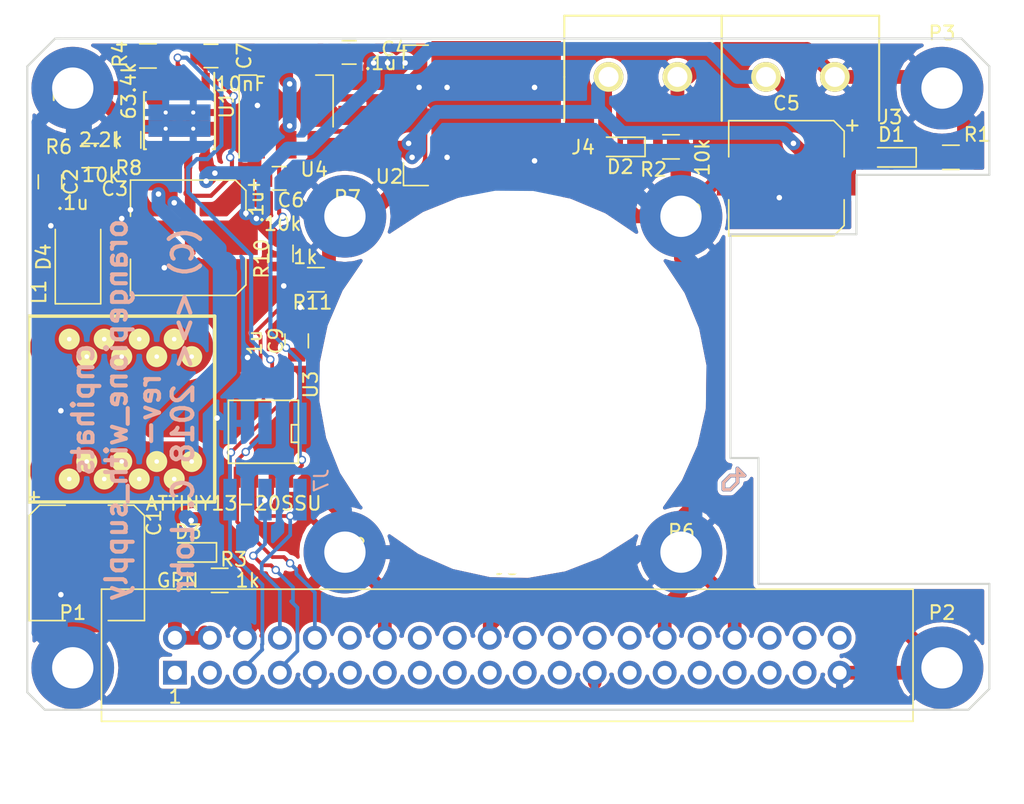
<source format=kicad_pcb>
(kicad_pcb (version 4) (host pcbnew 4.0.7-e2-6376~58~ubuntu16.04.1)
  (layers (0 F.Cu signal) (31 B.Cu signal) (34 B.Paste user) (35 F.Paste user) (36 B.SilkS user) (37 F.SilkS user) (38 B.Mask user) (39 F.Mask user) (44 Edge.Cuts user))
  (net 0 "")
  (net 1 PI_PWR)
  (net 2 GND)
  (net 3 HT)
  (net 4 +12V)
  (net 5 "Net-(C7-Pad1)")
  (net 6 "Net-(C7-Pad2)")
  (net 7 +5V)
  (net 8 MISO)
  (net 9 MOSI)
  (net 10 D6-)
  (net 11 D6+)
  (net 12 D5-)
  (net 13 D5+)
  (net 14 SCK)
  (net 15 RST)
  (net 16 "Net-(D1-Pad1)")
  (net 17 "Net-(D2-Pad1)")
  (net 18 "Net-(D3-Pad1)")
  (net 19 "Net-(R4-Pad1)")
  (net 20 "Net-(R6-Pad1)")
  (net 21 "Net-(R10-Pad2)")
  (net 22 PWR_ENB)
  (module CP_Elec_8x6.7 (layer F.Cu) (at 23.368 71.374 270)
    (fp_text reference C1 (at -2.924 -4.882 270) (layer F.SilkS))
    (fp_text value 220uF)
    (fp_text user + (at -4.78 3.91 270) (layer F.SilkS))
    (pad 1 smd rect (at -3.05 0 90) (size 4 2.5) (layers F.Cu F.Paste F.Mask) (net 1 PI_PWR))
    (pad 2 smd rect (at 3.05 0 90) (size 4 2.5) (layers F.Cu F.Paste F.Mask) (net 2 GND))
  )
  (module C_0805 (layer F.Cu) (at 20.701 43.688 270)
    (fp_text reference C2 (at 0 -1.5 270) (layer F.SilkS))
    (fp_text value .1u (at 1.524 -1.651 360) (layer F.SilkS))
    (pad 1 smd rect (at -1 0 270) (size 1 1.25) (layers F.Cu F.Paste F.Mask) (net 1 PI_PWR))
    (pad 2 smd rect (at 1 0 270) (size 1 1.25) (layers F.Cu F.Paste F.Mask) (net 2 GND))
  )
  (module CP_Elec_8x6.7 (layer F.Cu) (at 30.734 47.752 180)
    (fp_text reference C3 (at 5.334 3.556 180) (layer F.SilkS))
    (fp_text value 220uF)
    (fp_text user + (at -4.78 3.91 180) (layer F.SilkS))
    (pad 1 smd rect (at -3.05 0) (size 4 2.5) (layers F.Cu F.Paste F.Mask) (net 3 HT))
    (pad 2 smd rect (at 3.05 0) (size 4 2.5) (layers F.Cu F.Paste F.Mask) (net 2 GND))
  )
  (module C_0805 (layer F.Cu) (at 42.418 34.29 180)
    (fp_text reference C4 (at -3.302 0.254 180) (layer F.SilkS))
    (fp_text value .1u (at -2.286 -0.762 180) (layer F.SilkS))
    (pad 1 smd rect (at -1 0 180) (size 1 1.25) (layers F.Cu F.Paste F.Mask) (net 3 HT))
    (pad 2 smd rect (at 1 0 180) (size 1 1.25) (layers F.Cu F.Paste F.Mask) (net 2 GND))
  )
  (module CP_Elec_8x6.7 (layer F.Cu) (at 74.168 43.434 180)
    (fp_text reference C5 (at 0 5.45 180) (layer F.SilkS))
    (fp_text value 220uF)
    (fp_text user + (at -4.78 3.91 180) (layer F.SilkS))
    (pad 1 smd rect (at -3.05 0) (size 4 2.5) (layers F.Cu F.Paste F.Mask) (net 4 +12V))
    (pad 2 smd rect (at 3.05 0) (size 4 2.5) (layers F.Cu F.Paste F.Mask) (net 2 GND))
  )
  (module C_0805 (layer F.Cu) (at 37.338 43.434 180)
    (fp_text reference C6 (at -0.852 -1.586 180) (layer F.SilkS))
    (fp_text value .1u (at 1.658 -2.076 270) (layer F.SilkS))
    (pad 1 smd rect (at -1 0 180) (size 1 1.25) (layers F.Cu F.Paste F.Mask) (net 4 +12V))
    (pad 2 smd rect (at 1 0 180) (size 1 1.25) (layers F.Cu F.Paste F.Mask) (net 2 GND))
  )
  (module C_0805 (layer F.Cu) (at 32.385 34.544 180)
    (fp_text reference C7 (at -2.413 0 270) (layer F.SilkS))
    (fp_text value 10nF (at -2.159 -2.032 180) (layer F.SilkS))
    (pad 1 smd rect (at -1 0 180) (size 1 1.25) (layers F.Cu F.Paste F.Mask) (net 5 "Net-(C7-Pad1)"))
    (pad 2 smd rect (at 1 0 180) (size 1 1.25) (layers F.Cu F.Paste F.Mask) (net 6 "Net-(C7-Pad2)"))
  )
  (module C_0805 (layer F.Cu) (at 38.608 55.245 90)
    (fp_text reference C9 (at 0 -1.5 90) (layer F.SilkS))
    (fp_text value 1u (at -0.127 -3.048 90) (layer F.SilkS))
    (pad 1 smd rect (at -1 0 90) (size 1 1.25) (layers F.Cu F.Paste F.Mask) (net 7 +5V))
    (pad 2 smd rect (at 1 0 90) (size 1 1.25) (layers F.Cu F.Paste F.Mask) (net 2 GND))
  )
  (module D_SMA (layer F.Cu) (at 22.733 49.149 90)
    (fp_text reference D4 (at 0 -2.5 90) (layer F.SilkS))
    (fp_text value D_Schottky)
    (pad 1 smd rect (at -2 0 90) (size 2.5 1.8) (layers F.Cu F.Paste F.Mask) (net 5 "Net-(C7-Pad1)"))
    (pad 2 smd rect (at 2 0 90) (size 2.5 1.8) (layers F.Cu F.Paste F.Mask) (net 2 GND))
  )
  (module PHOENIX1933189 (layer F.Cu) (at 75.184 36.068 180)
    (fp_text reference J3 (at -6.546 -2.922 180) (layer F.SilkS))
    (fp_text value "Phoenix 1933189 COMBICON")
    (pad 1 thru_hole circle (at -2.5 0 180) (size 2.159 2.159) (drill 1.4478) (layers *.Cu *.Mask F.SilkS) (net 2 GND))
    (pad 2 thru_hole circle (at 2.5 0 180) (size 2.159 2.159) (drill 1.4478) (layers *.Cu *.Mask F.SilkS) (net 3 HT))
  )
  (module PHOENIX1933189 (layer F.Cu) (at 63.754 36.068 180)
    (fp_text reference J4 (at 4.354 -5.112 180) (layer F.SilkS))
    (fp_text value "Phoenix 1933189 COMBICON")
    (pad 1 thru_hole circle (at -2.5 0 180) (size 2.159 2.159) (drill 1.4478) (layers *.Cu *.Mask F.SilkS) (net 2 GND))
    (pad 2 thru_hole circle (at 2.5 0 180) (size 2.159 2.159) (drill 1.4478) (layers *.Cu *.Mask F.SilkS) (net 4 +12V))
  )
  (module IDC_Header_Straight_40pins (layer F.Cu) (at 29.7688 79.353715)
    (fp_text reference J5 (at 24.13 -7.62) (layer F.SilkS))
    (fp_text value Raspberry_Pi_2_3)
    (fp_text user 1 (at 0.02 1.72) (layer F.SilkS))
    (pad 1 thru_hole rect (at 0 0) (size 1.7272 1.7272) (drill 1.016) (layers *.Cu *.Mask))
    (pad 2 thru_hole oval (at 0 -2.54) (size 1.7272 1.7272) (drill 1.016) (layers *.Cu *.Mask) (net 1 PI_PWR))
    (pad 3 thru_hole oval (at 2.54 0) (size 1.7272 1.7272) (drill 1.016) (layers *.Cu *.Mask))
    (pad 4 thru_hole oval (at 2.54 -2.54) (size 1.7272 1.7272) (drill 1.016) (layers *.Cu *.Mask) (net 1 PI_PWR))
    (pad 5 thru_hole oval (at 5.08 0) (size 1.7272 1.7272) (drill 1.016) (layers *.Cu *.Mask) (net 15 RST))
    (pad 6 thru_hole oval (at 5.08 -2.54) (size 1.7272 1.7272) (drill 1.016) (layers *.Cu *.Mask) (net 2 GND))
    (pad 7 thru_hole oval (at 7.62 0) (size 1.7272 1.7272) (drill 1.016) (layers *.Cu *.Mask) (net 14 SCK))
    (pad 8 thru_hole oval (at 7.62 -2.54) (size 1.7272 1.7272) (drill 1.016) (layers *.Cu *.Mask) (net 8 MISO))
    (pad 9 thru_hole oval (at 10.16 0) (size 1.7272 1.7272) (drill 1.016) (layers *.Cu *.Mask) (net 2 GND))
    (pad 10 thru_hole oval (at 10.16 -2.54) (size 1.7272 1.7272) (drill 1.016) (layers *.Cu *.Mask) (net 9 MOSI))
    (pad 11 thru_hole oval (at 12.7 0) (size 1.7272 1.7272) (drill 1.016) (layers *.Cu *.Mask))
    (pad 12 thru_hole oval (at 12.7 -2.54) (size 1.7272 1.7272) (drill 1.016) (layers *.Cu *.Mask))
    (pad 13 thru_hole oval (at 15.24 0) (size 1.7272 1.7272) (drill 1.016) (layers *.Cu *.Mask))
    (pad 14 thru_hole oval (at 15.24 -2.54) (size 1.7272 1.7272) (drill 1.016) (layers *.Cu *.Mask) (net 2 GND))
    (pad 15 thru_hole oval (at 17.78 0) (size 1.7272 1.7272) (drill 1.016) (layers *.Cu *.Mask) (net 10 D6-))
    (pad 16 thru_hole oval (at 17.78 -2.54) (size 1.7272 1.7272) (drill 1.016) (layers *.Cu *.Mask) (net 11 D6+))
    (pad 17 thru_hole oval (at 20.32 0) (size 1.7272 1.7272) (drill 1.016) (layers *.Cu *.Mask))
    (pad 18 thru_hole oval (at 20.32 -2.54) (size 1.7272 1.7272) (drill 1.016) (layers *.Cu *.Mask))
    (pad 19 thru_hole oval (at 22.86 0) (size 1.7272 1.7272) (drill 1.016) (layers *.Cu *.Mask))
    (pad 20 thru_hole oval (at 22.86 -2.54) (size 1.7272 1.7272) (drill 1.016) (layers *.Cu *.Mask) (net 2 GND))
    (pad 21 thru_hole oval (at 25.4 0) (size 1.7272 1.7272) (drill 1.016) (layers *.Cu *.Mask))
    (pad 22 thru_hole oval (at 25.4 -2.54) (size 1.7272 1.7272) (drill 1.016) (layers *.Cu *.Mask))
    (pad 23 thru_hole oval (at 27.94 0) (size 1.7272 1.7272) (drill 1.016) (layers *.Cu *.Mask))
    (pad 24 thru_hole oval (at 27.94 -2.54) (size 1.7272 1.7272) (drill 1.016) (layers *.Cu *.Mask))
    (pad 25 thru_hole oval (at 30.48 0) (size 1.7272 1.7272) (drill 1.016) (layers *.Cu *.Mask) (net 2 GND))
    (pad 26 thru_hole oval (at 30.48 -2.54) (size 1.7272 1.7272) (drill 1.016) (layers *.Cu *.Mask))
    (pad 27 thru_hole oval (at 33.02 0) (size 1.7272 1.7272) (drill 1.016) (layers *.Cu *.Mask))
    (pad 28 thru_hole oval (at 33.02 -2.54) (size 1.7272 1.7272) (drill 1.016) (layers *.Cu *.Mask))
    (pad 29 thru_hole oval (at 35.56 0) (size 1.7272 1.7272) (drill 1.016) (layers *.Cu *.Mask))
    (pad 30 thru_hole oval (at 35.56 -2.54) (size 1.7272 1.7272) (drill 1.016) (layers *.Cu *.Mask) (net 2 GND))
    (pad 31 thru_hole oval (at 38.1 0) (size 1.7272 1.7272) (drill 1.016) (layers *.Cu *.Mask))
    (pad 32 thru_hole oval (at 38.1 -2.54) (size 1.7272 1.7272) (drill 1.016) (layers *.Cu *.Mask))
    (pad 33 thru_hole oval (at 40.64 0) (size 1.7272 1.7272) (drill 1.016) (layers *.Cu *.Mask))
    (pad 34 thru_hole oval (at 40.64 -2.54) (size 1.7272 1.7272) (drill 1.016) (layers *.Cu *.Mask) (net 2 GND))
    (pad 35 thru_hole oval (at 43.18 0) (size 1.7272 1.7272) (drill 1.016) (layers *.Cu *.Mask))
    (pad 36 thru_hole oval (at 43.18 -2.54) (size 1.7272 1.7272) (drill 1.016) (layers *.Cu *.Mask))
    (pad 37 thru_hole oval (at 45.72 0) (size 1.7272 1.7272) (drill 1.016) (layers *.Cu *.Mask))
    (pad 38 thru_hole oval (at 45.72 -2.54) (size 1.7272 1.7272) (drill 1.016) (layers *.Cu *.Mask) (net 12 D5-))
    (pad 39 thru_hole oval (at 48.26 0) (size 1.7272 1.7272) (drill 1.016) (layers *.Cu *.Mask) (net 2 GND))
    (pad 40 thru_hole oval (at 48.26 -2.54) (size 1.7272 1.7272) (drill 1.016) (layers *.Cu *.Mask) (net 13 D5+))
  )
  (module RIBBON6SMT (layer B.Cu) (at 36.31 63.78 180)
    (fp_text reference J7 (at -4.09 -1.61 450) (layer B.SilkS) (effects (justify mirror)))
    (fp_text value AVRISP6 hide)
    (pad 2 smd rect (at -2.54 2.54 180) (size 0.9652 3.0226) (layers B.Cu B.Paste B.Mask) (net 7 +5V))
    (pad 4 smd rect (at 0 2.54 180) (size 0.9652 3.0226) (layers B.Cu B.Paste B.Mask) (net 9 MOSI))
    (pad 6 smd rect (at 2.54 2.54 180) (size 0.9652 3.0226) (layers B.Cu B.Paste B.Mask) (net 2 GND))
    (pad 1 smd rect (at -2.54 -2.9972 180) (size 0.9652 3.0226) (layers B.Cu B.Paste B.Mask) (net 8 MISO))
    (pad 3 smd rect (at 0 -2.9972 180) (size 0.9652 3.0226) (layers B.Cu B.Paste B.Mask) (net 14 SCK))
    (pad 5 smd rect (at 2.54 -2.9972 180) (size 0.9652 3.0226) (layers B.Cu B.Paste B.Mask) (net 15 RST))
  )
  (module CHARLES_INDUCTOR (layer F.Cu) (at 25.908 60.198)
    (fp_text reference L1 (at -6 -8.5 90) (layer F.SilkS))
    (fp_text value 68uH)
    (pad 2 thru_hole circle (at 0 3.81) (size 1.524 1.524) (drill 0.3302) (layers *.Cu F.SilkS F.Mask) (net 1 PI_PWR))
    (pad 2 thru_hole circle (at 1.27 5.08) (size 1.524 1.524) (drill 0.3302) (layers *.Cu F.SilkS F.Mask) (net 1 PI_PWR))
    (pad 2 thru_hole circle (at 2.54 3.81) (size 1.524 1.524) (drill 0.3302) (layers *.Cu F.SilkS F.Mask) (net 1 PI_PWR))
    (pad 2 thru_hole circle (at 5.08 3.81) (size 1.524 1.524) (drill 0.3302) (layers *.Cu F.SilkS F.Mask) (net 1 PI_PWR))
    (pad 2 thru_hole circle (at 3.81 5.08) (size 1.524 1.524) (drill 0.3302) (layers *.Cu F.SilkS F.Mask) (net 1 PI_PWR))
    (pad 2 thru_hole circle (at -2.54 3.81) (size 1.524 1.524) (drill 0.3302) (layers *.Cu F.SilkS F.Mask) (net 1 PI_PWR))
    (pad 2 thru_hole circle (at -1.27 5.08) (size 1.524 1.524) (drill 0.3302) (layers *.Cu F.SilkS F.Mask) (net 1 PI_PWR))
    (pad 2 thru_hole circle (at -3.81 5.08) (size 1.524 1.524) (drill 0.3302) (layers *.Cu F.SilkS F.Mask) (net 1 PI_PWR))
    (pad 1 thru_hole circle (at 1.27 -5.08) (size 1.524 1.524) (drill 0.3302) (layers *.Cu F.SilkS F.Mask) (net 5 "Net-(C7-Pad1)"))
    (pad 1 thru_hole circle (at 2.54 -3.81) (size 1.524 1.524) (drill 0.3302) (layers *.Cu F.SilkS F.Mask) (net 5 "Net-(C7-Pad1)"))
    (pad 1 thru_hole circle (at 5.08 -3.81) (size 1.524 1.524) (drill 0.3302) (layers *.Cu F.SilkS F.Mask) (net 5 "Net-(C7-Pad1)"))
    (pad 1 thru_hole circle (at 3.81 -5.08) (size 1.524 1.524) (drill 0.3302) (layers *.Cu F.SilkS F.Mask) (net 5 "Net-(C7-Pad1)"))
    (pad 1 thru_hole circle (at -2.54 -3.81) (size 1.524 1.524) (drill 0.3302) (layers *.Cu F.SilkS F.Mask) (net 5 "Net-(C7-Pad1)"))
    (pad 1 thru_hole circle (at -1.27 -5.08) (size 1.524 1.524) (drill 0.3302) (layers *.Cu F.SilkS F.Mask) (net 5 "Net-(C7-Pad1)"))
    (pad 1 thru_hole circle (at -3.81 -5.08) (size 1.524 1.524) (drill 0.3302) (layers *.Cu F.SilkS F.Mask) (net 5 "Net-(C7-Pad1)"))
    (pad 1 smd circle (at -5.08 -3.81) (size 1.524 1.524) (layers F.Cu F.Paste F.Mask) (net 5 "Net-(C7-Pad1)"))
    (pad 1 smd oval (at 0 -4.5) (size 13.3 4.3) (layers F.Cu F.Paste F.Mask) (net 5 "Net-(C7-Pad1)"))
    (pad 2 smd oval (at 0 4.5) (size 13.3 4.3) (layers F.Cu F.Paste F.Mask) (net 1 PI_PWR))
    (pad 1 thru_hole circle (at 0 -3.81) (size 1.524 1.524) (drill 0.3302) (layers *.Cu F.SilkS F.Mask) (net 5 "Net-(C7-Pad1)"))
    (pad 2 smd circle (at -5.08 3.81) (size 1.524 1.524) (layers F.Cu F.Paste F.Mask) (net 1 PI_PWR))
  )
  (module MountingHole_3mm_Pad (layer F.Cu) (at 22.352 78.994)
    (fp_text reference P1 (at 0 -4) (layer F.SilkS))
    (fp_text value CONN_1)
    (pad 1 thru_hole circle (at 0 0) (size 6 6) (drill 3) (layers *.Cu *.Mask) (net 2 GND))
  )
  (module MountingHole_3mm_Pad (layer F.Cu) (at 85.463837 78.994)
    (fp_text reference P2 (at 0 -4) (layer F.SilkS))
    (fp_text value CONN_1)
    (pad 1 thru_hole circle (at 0 0) (size 6 6) (drill 3) (layers *.Cu *.Mask) (net 2 GND))
  )
  (module MountingHole_3mm_Pad (layer F.Cu) (at 85.463837 36.882121)
    (fp_text reference P3 (at 0 -4) (layer F.SilkS))
    (fp_text value CONN_1)
    (pad 1 thru_hole circle (at 0 0) (size 6 6) (drill 3) (layers *.Cu *.Mask) (net 2 GND))
  )
  (module MountingHole_3mm_Pad (layer F.Cu) (at 22.352 36.882121)
    (fp_text reference P4 (at -0.642 0.417879) (layer F.SilkS))
    (fp_text value CONN_1)
    (pad 1 thru_hole circle (at 0 0) (size 6 6) (drill 3) (layers *.Cu *.Mask) (net 2 GND))
  )
  (module MountingHole_3mm_Pad (layer F.Cu) (at 54.312 58.394)
    (fp_text reference P5 (at 0 -4) (layer F.SilkS))
    (fp_text value CONN_1)
    (pad "" np_thru_hole circle (at 0 0) (size 27.5 27.5) (drill 27.5) (layers *.Cu *.Mask))
  )
  (module MountingHole_3mm_Pad (layer F.Cu) (at 66.512 70.594)
    (fp_text reference P6 (at 0.036 -1.506) (layer F.SilkS))
    (fp_text value CONN_1)
    (pad 1 thru_hole circle (at 0 0) (size 6 6) (drill 3) (layers *.Cu *.Mask) (net 2 GND))
  )
  (module MountingHole_3mm_Pad (layer F.Cu) (at 42.112 46.194)
    (fp_text reference P7 (at 0.179 -1.363) (layer F.SilkS))
    (fp_text value CONN_1)
    (pad 1 thru_hole circle (at 0 0) (size 6 6) (drill 3) (layers *.Cu *.Mask) (net 2 GND))
  )
  (module MountingHole_3mm_Pad (layer F.Cu) (at 42.112 70.594)
    (fp_text reference P8 (at 0.56 -0.49) (layer F.SilkS))
    (fp_text value CONN_1)
    (pad 1 thru_hole circle (at 0 0) (size 6 6) (drill 3) (layers *.Cu *.Mask) (net 2 GND))
  )
  (module MountingHole_3mm_Pad (layer F.Cu) (at 66.512 46.194)
    (fp_text reference P9 (at 0.544 -0.347) (layer F.SilkS))
    (fp_text value CONN_1)
    (pad 1 thru_hole circle (at 0 0) (size 6 6) (drill 3) (layers *.Cu *.Mask) (net 2 GND))
  )
  (module R_0805 (layer F.Cu) (at 86.106 41.91 180)
    (fp_text reference R1 (at -1.905 1.651 180) (layer F.SilkS))
    (fp_text value 10k)
    (pad 1 smd rect (at -0.95 0 180) (size 0.7 1.3) (layers F.Cu F.Paste F.Mask) (net 2 GND))
    (pad 2 smd rect (at 0.95 0 180) (size 0.7 1.3) (layers F.Cu F.Paste F.Mask) (net 16 "Net-(D1-Pad1)"))
  )
  (module R_0805 (layer F.Cu) (at 65.786 41.148 180)
    (fp_text reference R2 (at 1.27 -1.651 180) (layer F.SilkS))
    (fp_text value 10k (at -2.286 -0.762 270) (layer F.SilkS))
    (pad 1 smd rect (at -0.95 0 180) (size 0.7 1.3) (layers F.Cu F.Paste F.Mask) (net 2 GND))
    (pad 2 smd rect (at 0.95 0 180) (size 0.7 1.3) (layers F.Cu F.Paste F.Mask) (net 17 "Net-(D2-Pad1)"))
  )
  (module R_0805 (layer F.Cu) (at 33.02 72.644)
    (fp_text reference R3 (at 1.016 -1.524) (layer F.SilkS))
    (fp_text value 1k (at 2.032 0) (layer F.SilkS))
    (pad 1 smd rect (at -0.95 0) (size 0.7 1.3) (layers F.Cu F.Paste F.Mask) (net 18 "Net-(D3-Pad1)"))
    (pad 2 smd rect (at 0.95 0) (size 0.7 1.3) (layers F.Cu F.Paste F.Mask) (net 2 GND))
  )
  (module R_0805 (layer F.Cu) (at 27.813 34.544 180)
    (fp_text reference R4 (at 2.032 0.127 270) (layer F.SilkS))
    (fp_text value 63.4k (at 1.397 -2.54 270) (layer F.SilkS))
    (pad 1 smd rect (at -0.95 0 180) (size 0.7 1.3) (layers F.Cu F.Paste F.Mask) (net 19 "Net-(R4-Pad1)"))
    (pad 2 smd rect (at 0.95 0 180) (size 0.7 1.3) (layers F.Cu F.Paste F.Mask) (net 2 GND))
  )
  (module R_0805 (layer F.Cu) (at 23.622 41.783 180)
    (fp_text reference R6 (at 2.286 0.635 180) (layer F.SilkS))
    (fp_text value 10k (at -0.762 -1.397 180) (layer F.SilkS))
    (pad 1 smd rect (at -0.95 0 180) (size 0.7 1.3) (layers F.Cu F.Paste F.Mask) (net 20 "Net-(R6-Pad1)"))
    (pad 2 smd rect (at 0.95 0 180) (size 0.7 1.3) (layers F.Cu F.Paste F.Mask) (net 1 PI_PWR))
  )
  (module R_0805 (layer F.Cu) (at 26.416 40.64 270)
    (fp_text reference R8 (at 2.032 0 360) (layer F.SilkS))
    (fp_text value 2.2k (at 0 2.032 360) (layer F.SilkS))
    (pad 1 smd rect (at -0.95 0 270) (size 0.7 1.3) (layers F.Cu F.Paste F.Mask) (net 2 GND))
    (pad 2 smd rect (at 0.95 0 270) (size 0.7 1.3) (layers F.Cu F.Paste F.Mask) (net 20 "Net-(R6-Pad1)"))
  )
  (module R_0805 (layer F.Cu) (at 37.465 48.895 270)
    (fp_text reference R10 (at 0.381 1.397 450) (layer F.SilkS))
    (fp_text value 10k (at -2.159 -0.127 540) (layer F.SilkS))
    (pad 1 smd rect (at -0.95 0 270) (size 0.7 1.3) (layers F.Cu F.Paste F.Mask) (net 3 HT))
    (pad 2 smd rect (at 0.95 0 270) (size 0.7 1.3) (layers F.Cu F.Paste F.Mask) (net 21 "Net-(R10-Pad2)"))
  )
  (module R_0805 (layer F.Cu) (at 40.005 50.8)
    (fp_text reference R11 (at -0.254 1.651) (layer F.SilkS))
    (fp_text value 1k (at -0.762 -1.651) (layer F.SilkS))
    (pad 1 smd rect (at -0.95 0) (size 0.7 1.3) (layers F.Cu F.Paste F.Mask) (net 21 "Net-(R10-Pad2)"))
    (pad 2 smd rect (at 0.95 0) (size 0.7 1.3) (layers F.Cu F.Paste F.Mask) (net 2 GND))
  )
  (module SOIC-8-EP-THRU (layer F.Cu) (at 30.099 39.243 270)
    (fp_text reference U1 (at -1.143 -3.429 270) (layer F.SilkS))
    (fp_text value A8498)
    (pad 1 smd rect (at -2.7 -1.905 270) (size 1.55 0.6) (layers F.Cu F.Paste F.Mask) (net 6 "Net-(C7-Pad2)"))
    (pad 2 smd rect (at -2.7 -0.635 270) (size 1.55 0.6) (layers F.Cu F.Paste F.Mask) (net 22 PWR_ENB))
    (pad 3 smd rect (at -2.7 0.635 270) (size 1.55 0.6) (layers F.Cu F.Paste F.Mask) (net 19 "Net-(R4-Pad1)"))
    (pad 4 smd rect (at -2.7 1.905 270) (size 1.55 0.6) (layers F.Cu F.Paste F.Mask) (net 2 GND))
    (pad 5 smd rect (at 2.7 1.905 270) (size 1.55 0.6) (layers F.Cu F.Paste F.Mask) (net 20 "Net-(R6-Pad1)"))
    (pad 6 smd rect (at 2.7 0.635 270) (size 1.55 0.6) (layers F.Cu F.Paste F.Mask) (net 1 PI_PWR))
    (pad 7 smd rect (at 2.7 -0.635 270) (size 1.55 0.6) (layers F.Cu F.Paste F.Mask) (net 5 "Net-(C7-Pad1)"))
    (pad 8 smd rect (at 2.7 -1.905 270) (size 1.55 0.6) (layers F.Cu F.Paste F.Mask) (net 3 HT))
    (pad 9 thru_hole rect (at 0.5875 1 270) (size 1.175 2.5) (drill 0.3) (layers *.Cu F.Paste F.Mask) (net 2 GND))
    (pad 9 thru_hole rect (at 0.5875 -1 270) (size 1.175 2.5) (drill 0.3) (layers *.Cu F.Paste F.Mask) (net 2 GND))
    (pad 9 thru_hole rect (at -0.5875 1 270) (size 1.175 2.5) (drill 0.3) (layers *.Cu F.Paste F.Mask) (net 2 GND))
    (pad 9 thru_hole rect (at -0.5875 -1 270) (size 1.175 2.5) (drill 0.3) (layers *.Cu F.Paste F.Mask) (net 2 GND))
  )
  (module SO8WIDE (layer F.Cu) (at 36.195 61.849 180)
    (fp_text reference U3 (at -3.429 3.429 270) (layer F.SilkS))
    (fp_text value ATTINY13-20SSU (at 2.159 -5.207 360) (layer F.SilkS))
    (pad 8 smd rect (at -1.905 -3.302 180) (size 0.508 1.524) (layers F.Cu F.Paste F.Mask) (net 7 +5V))
    (pad 7 smd rect (at -0.635 -3.302 180) (size 0.508 1.524) (layers F.Cu F.Paste F.Mask) (net 14 SCK))
    (pad 6 smd rect (at 0.635 -3.302 180) (size 0.508 1.524) (layers F.Cu F.Paste F.Mask) (net 8 MISO))
    (pad 5 smd rect (at 1.905 -3.302 180) (size 0.508 1.524) (layers F.Cu F.Paste F.Mask) (net 9 MOSI))
    (pad 4 smd rect (at 1.905 3.302 180) (size 0.508 1.524) (layers F.Cu F.Paste F.Mask) (net 2 GND))
    (pad 3 smd rect (at 0.635 3.302 180) (size 0.508 1.524) (layers F.Cu F.Paste F.Mask) (net 21 "Net-(R10-Pad2)"))
    (pad 2 smd rect (at -0.635 3.302 180) (size 0.508 1.524) (layers F.Cu F.Paste F.Mask) (net 22 PWR_ENB))
    (pad 1 smd rect (at -1.905 3.302 180) (size 0.508 1.524) (layers F.Cu F.Paste F.Mask) (net 15 RST))
  )
  (module SOT-223 (layer F.Cu) (at 37.846 37.846 90)
    (fp_text reference U4 (at -4.953 2.032 180) (layer F.SilkS))
    (fp_text value AP1117)
    (pad 4 smd rect (at 3.15 0 90) (size 2 3.8) (layers F.Cu F.Paste F.Mask) (net 7 +5V))
    (pad 2 smd rect (at -3.15 0 90) (size 2 1.5) (layers F.Cu F.Paste F.Mask) (net 7 +5V))
    (pad 3 smd rect (at -3.15 2.3 90) (size 2 1.5) (layers F.Cu F.Paste F.Mask) (net 4 +12V))
    (pad 1 smd rect (at -3.15 -2.3 90) (size 2 1.5) (layers F.Cu F.Paste F.Mask) (net 2 GND))
  )
  (module LED_0805 (layer F.Cu) (at 81.788 41.91 180)
    (fp_text reference D1 (at 0 1.651 180) (layer F.SilkS))
    (fp_text value RED)
    (pad 2 smd rect (at 1.1 0) (size 1.2 1.2) (layers F.Cu F.Paste F.Mask) (net 3 HT))
    (pad 1 smd rect (at -1.1 0) (size 1.2 1.2) (layers F.Cu F.Paste F.Mask) (net 16 "Net-(D1-Pad1)"))
  )
  (module LED_0805 (layer F.Cu) (at 62.103 41.148 180)
    (fp_text reference D2 (at 0 -1.45 180) (layer F.SilkS))
    (fp_text value ORN)
    (pad 2 smd rect (at 1.1 0) (size 1.2 1.2) (layers F.Cu F.Paste F.Mask) (net 4 +12V))
    (pad 1 smd rect (at -1.1 0) (size 1.2 1.2) (layers F.Cu F.Paste F.Mask) (net 17 "Net-(D2-Pad1)"))
  )
  (module LED_0805 (layer F.Cu) (at 30.988 70.612 180)
    (fp_text reference D3 (at 0.25 1.499 180) (layer F.SilkS))
    (fp_text value GRN (at 1.016 -2.032 180) (layer F.SilkS))
    (pad 2 smd rect (at 1.1 0) (size 1.2 1.2) (layers F.Cu F.Paste F.Mask) (net 1 PI_PWR))
    (pad 1 smd rect (at -1.1 0) (size 1.2 1.2) (layers F.Cu F.Paste F.Mask) (net 18 "Net-(D3-Pad1)"))
  )
  (module TO-263-3Lead (layer F.Cu) (at 48.514 38.862)
    (fp_text reference U2 (at -3.175 4.445 180) (layer F.SilkS))
    (fp_text value L7812)
    (pad 2 smd rect (at -4.58 0) (size 4.6 1.39) (layers F.Cu F.Paste F.Mask) (net 2 GND))
    (pad 2 smd rect (at 4.58 0) (size 9.4 10.8) (layers F.Cu F.Paste F.Mask) (net 2 GND))
    (pad 3 smd rect (at -4.58 2.54) (size 4.6 1.39) (layers F.Cu F.Paste F.Mask) (net 4 +12V))
    (pad 1 smd rect (at -4.58 -2.54) (size 4.6 1.39) (layers F.Cu F.Paste F.Mask) (net 3 HT))
  )
  (gr_text "cnpihats\norangepione_with_supply\nrev-\n(C) <>< 2018 C. Lohr" (at 26.73 60.27 90) (layer B.SilkS) (effects (font (size 1.5 1.5) (thickness 0.3)) (justify mirror)))
  (gr_line (start 70.104 65.024) (end 71.12 65.024) (angle 90) (layer B.SilkS) (width 0.2))
  (gr_line (start 69.596 65.532) (end 70.104 65.024) (angle 90) (layer B.SilkS) (width 0.2))
  (gr_line (start 69.596 66.04) (end 69.596 65.532) (angle 90) (layer B.SilkS) (width 0.2))
  (gr_line (start 70.104 66.04) (end 69.596 66.04) (angle 90) (layer B.SilkS) (width 0.2))
  (gr_line (start 70.612 65.532) (end 70.104 66.04) (angle 90) (layer B.SilkS) (width 0.2))
  (gr_line (start 70.612 64.516) (end 70.612 65.532) (angle 90) (layer B.SilkS) (width 0.2))
  (gr_line (start 71.12 65.024) (end 70.612 64.516) (angle 90) (layer B.SilkS) (width 0.2))
  (gr_line (start 70.104 65.024) (end 71.12 65.024) (angle 90) (layer F.SilkS) (width 0.2))
  (gr_line (start 69.596 65.532) (end 70.104 65.024) (angle 90) (layer F.SilkS) (width 0.2))
  (gr_line (start 69.596 66.04) (end 69.596 65.532) (angle 90) (layer F.SilkS) (width 0.2))
  (gr_line (start 70.104 66.04) (end 69.596 66.04) (angle 90) (layer F.SilkS) (width 0.2))
  (gr_line (start 70.612 65.532) (end 70.104 66.04) (angle 90) (layer F.SilkS) (width 0.2))
  (gr_line (start 70.612 64.516) (end 70.612 65.532) (angle 90) (layer F.SilkS) (width 0.2))
  (gr_line (start 71.12 65.024) (end 70.612 64.516) (angle 90) (layer F.SilkS) (width 0.2))
  (gr_line (start 19.05 35.306) (end 19.05 80.772) (angle 90) (layer Edge.Cuts) (width 0.15))
  (gr_line (start 21.082 33.274) (end 19.05 35.306) (angle 90) (layer Edge.Cuts) (width 0.15))
  (gr_line (start 21.59 33.274) (end 21.082 33.274) (angle 90) (layer Edge.Cuts) (width 0.15))
  (gr_line (start 86.868 33.274) (end 21.59 33.274) (angle 90) (layer Edge.Cuts) (width 0.15))
  (gr_line (start 88.9 35.306) (end 86.868 33.274) (angle 90) (layer Edge.Cuts) (width 0.15))
  (gr_line (start 88.9 43.18) (end 88.9 35.306) (angle 90) (layer Edge.Cuts) (width 0.15))
  (gr_line (start 79.248 43.18) (end 88.9 43.18) (angle 90) (layer Edge.Cuts) (width 0.15))
  (gr_line (start 79.248 47.498) (end 79.248 43.18) (angle 90) (layer Edge.Cuts) (width 0.15))
  (gr_line (start 70.104 47.498) (end 79.248 47.498) (angle 90) (layer Edge.Cuts) (width 0.15))
  (gr_line (start 70.104 63.754) (end 70.104 47.498) (angle 90) (layer Edge.Cuts) (width 0.15))
  (gr_line (start 72.136 63.754) (end 70.104 63.754) (angle 90) (layer Edge.Cuts) (width 0.15))
  (gr_line (start 72.136 72.898) (end 72.136 63.754) (angle 90) (layer Edge.Cuts) (width 0.15))
  (gr_line (start 88.9 72.898) (end 72.136 72.898) (angle 90) (layer Edge.Cuts) (width 0.15))
  (gr_line (start 88.9 76.962) (end 88.9 72.898) (angle 90) (layer Edge.Cuts) (width 0.15))
  (gr_line (start 88.9 80.518) (end 88.9 76.962) (angle 90) (layer Edge.Cuts) (width 0.15))
  (gr_line (start 87.376 82.042) (end 88.9 80.518) (angle 90) (layer Edge.Cuts) (width 0.15))
  (gr_line (start 20.32 82.042) (end 87.376 82.042) (angle 90) (layer Edge.Cuts) (width 0.15))
  (gr_line (start 19.05 80.772) (end 20.32 82.042) (angle 90) (layer Edge.Cuts) (width 0.15))
  (segment (start 70.612 65.532) (end 70.612 64.516) (width 0.27) (layer B.Cu) (net 0))
  (segment (start 70.612 64.516) (end 71.12 65.024) (width 0.27) (layer B.Cu) (net 0))
  (segment (start 71.12 65.024) (end 70.104 65.024) (width 0.27) (layer B.Cu) (net 0))
  (segment (start 70.104 65.024) (end 69.596 65.532) (width 0.27) (layer B.Cu) (net 0))
  (segment (start 69.596 65.532) (end 69.596 66.04) (width 0.27) (layer B.Cu) (net 0))
  (segment (start 69.596 66.04) (end 70.104 66.04) (width 0.27) (layer B.Cu) (net 0))
  (segment (start 70.104 66.04) (end 70.612 65.532) (width 0.27) (layer B.Cu) (net 0))
  (segment (start 69.596 66.04) (end 69.596 65.532) (width 0.27) (layer F.Cu) (net 0))
  (segment (start 69.596 65.532) (end 70.104 65.024) (width 0.27) (layer F.Cu) (net 0))
  (segment (start 70.104 65.024) (end 70.612 65.024) (width 0.27) (layer F.Cu) (net 0))
  (segment (start 70.612 65.024) (end 70.612 64.516) (width 0.27) (layer F.Cu) (net 0))
  (segment (start 70.612 64.516) (end 71.12 65.024) (width 0.27) (layer F.Cu) (net 0))
  (segment (start 71.12 65.024) (end 70.612 65.024) (width 0.27) (layer F.Cu) (net 0))
  (segment (start 70.612 65.024) (end 70.612 65.532) (width 0.27) (layer F.Cu) (net 0))
  (segment (start 70.612 65.532) (end 70.104 66.04) (width 0.27) (layer F.Cu) (net 0))
  (segment (start 70.104 66.04) (end 69.596 66.04) (width 0.27) (layer F.Cu) (net 0))
  (segment (start 30.54 68.01) (end 30.66 68.01) (width 1) (layer B.Cu) (net 0))
  (segment (start 30.66 68.01) (end 30.95 68.3) (width 1) (layer B.Cu) (net 0))
  (via (at 30.95 68.3) (size 0.6) (drill 0.4) (layers F.Cu B.Cu) (net 0))
  (segment (start 30.95 68.3) (end 31.06 68.19) (width 1) (layer F.Cu) (net 0))
  (segment (start 31.06 68.19) (end 31.52 68.19) (width 1) (layer F.Cu) (net 0))
  (segment (start 29.888 70.612) (end 28.448 70.612) (width 1) (layer F.Cu) (net 1))
  (segment (start 28.448 70.612) (end 26.924 72.136) (width 1) (layer F.Cu) (net 1))
  (segment (start 23.368 68.324) (end 23.368 68.58) (width 1) (layer F.Cu) (net 1))
  (segment (start 23.368 68.58) (end 26.924 72.136) (width 1) (layer F.Cu) (net 1))
  (segment (start 26.924 72.136) (end 29.7688 74.9808) (width 1) (layer F.Cu) (net 1))
  (segment (start 29.7688 74.9808) (end 29.7688 76.813715) (width 1) (layer F.Cu) (net 1))
  (segment (start 33.7185 50.2285) (end 33.7185 49.4665) (width 1) (layer B.Cu) (net 1))
  (segment (start 33.7185 49.4665) (end 33.528 49.276) (width 1) (layer B.Cu) (net 1))
  (segment (start 32.893 49.657) (end 33.147 49.657) (width 1) (layer B.Cu) (net 1))
  (segment (start 33.147 49.657) (end 33.7185 50.2285) (width 1) (layer B.Cu) (net 1))
  (segment (start 33.7185 50.2285) (end 33.782 50.292) (width 1) (layer B.Cu) (net 1))
  (segment (start 33.782 50.292) (end 33.782 57.404) (width 1) (layer B.Cu) (net 1))
  (segment (start 29.972 46.863) (end 30.099 46.863) (width 1) (layer B.Cu) (net 1))
  (segment (start 30.099 46.863) (end 32.893 49.657) (width 1) (layer B.Cu) (net 1))
  (segment (start 32.893 49.657) (end 33.02 49.784) (width 1) (layer B.Cu) (net 1))
  (segment (start 29.972 46.863) (end 28.575 45.466) (width 1) (layer B.Cu) (net 1))
  (segment (start 28.575 45.466) (end 28.575 44.577) (width 1) (layer B.Cu) (net 1))
  (via (at 28.575 44.577) (size 0.6) (drill 0.4) (layers F.Cu B.Cu) (net 1))
  (segment (start 28.575 44.577) (end 29.083 44.069) (width 1) (layer F.Cu) (net 1))
  (segment (start 29.083 44.069) (end 29.083 43.815) (width 1) (layer F.Cu) (net 1))
  (segment (start 30.988 64.008) (end 30.988 60.198) (width 1) (layer B.Cu) (net 1))
  (segment (start 30.988 60.198) (end 33.782 57.404) (width 1) (layer B.Cu) (net 1))
  (segment (start 29.464 43.434) (end 29.464 44.958) (width 1) (layer F.Cu) (net 1))
  (segment (start 29.464 44.958) (end 29.718 45.212) (width 1) (layer F.Cu) (net 1))
  (via (at 29.718 45.212) (size 0.6) (drill 0.4) (layers F.Cu B.Cu) (net 1))
  (segment (start 29.718 45.212) (end 33.02 48.514) (width 1) (layer B.Cu) (net 1))
  (segment (start 33.02 48.514) (end 33.02 49.784) (width 1) (layer B.Cu) (net 1))
  (segment (start 33.02 49.784) (end 33.02 57.023) (width 1) (layer B.Cu) (net 1))
  (segment (start 33.02 57.023) (end 28.448 61.595) (width 1) (layer B.Cu) (net 1))
  (segment (start 28.448 61.595) (end 28.448 64.008) (width 1) (layer B.Cu) (net 1))
  (segment (start 29.464 41.943) (end 29.464 43.434) (width 1) (layer F.Cu) (net 1))
  (segment (start 29.464 43.434) (end 29.083 43.815) (width 1) (layer F.Cu) (net 1))
  (segment (start 29.083 43.815) (end 22.894 43.815) (width 1) (layer F.Cu) (net 1))
  (segment (start 22.894 43.815) (end 21.767 42.688) (width 1) (layer F.Cu) (net 1))
  (segment (start 20.701 42.688) (end 21.767 42.688) (width 1) (layer F.Cu) (net 1))
  (segment (start 21.767 42.688) (end 22.672 41.783) (width 1) (layer F.Cu) (net 1))
  (segment (start 22.987 66.927) (end 22.987 63.627) (width 1) (layer F.Cu) (net 1))
  (segment (start 22.987 63.627) (end 22.098 62.738) (width 1) (layer F.Cu) (net 1))
  (segment (start 31.92 76.424915) (end 32.3088 76.813715) (width 1) (layer F.Cu) (net 1))
  (segment (start 27.688 63.248) (end 27.178 62.738) (width 1) (layer F.Cu) (net 1))
  (segment (start 29.7688 76.813715) (end 32.3088 76.813715) (width 1) (layer F.Cu) (net 1))
  (segment (start 71.118 43.434) (end 72.244 43.434) (width 1) (layer F.Cu) (net 2))
  (segment (start 72.244 43.434) (end 73.65 44.84) (width 1) (layer F.Cu) (net 2))
  (via (at 73.65 44.84) (size 0.6) (drill 0.4) (layers F.Cu B.Cu) (net 2))
  (segment (start 73.65 44.84) (end 73.65 44.98) (width 1) (layer B.Cu) (net 2))
  (segment (start 36.252 38.932) (end 36.252 38.632) (width 1) (layer F.Cu) (net 2))
  (segment (start 36.252 38.632) (end 35.76 38.14) (width 1) (layer F.Cu) (net 2))
  (via (at 35.76 38.14) (size 0.6) (drill 0.4) (layers F.Cu B.Cu) (net 2))
  (segment (start 35.76 38.14) (end 35.74 38.12) (width 1) (layer B.Cu) (net 2))
  (segment (start 35.74 38.12) (end 35.74 38.11) (width 1) (layer B.Cu) (net 2))
  (segment (start 27.684 47.752) (end 27.684 48.614) (width 1) (layer F.Cu) (net 2))
  (segment (start 27.684 48.614) (end 29 49.93) (width 1) (layer F.Cu) (net 2))
  (via (at 29 49.93) (size 0.6) (drill 0.4) (layers F.Cu B.Cu) (net 2))
  (segment (start 29 49.93) (end 28.97 49.9) (width 1) (layer B.Cu) (net 2))
  (segment (start 35.4 56.92) (end 35.4 56.807998) (width 1) (layer B.Cu) (net 2))
  (segment (start 35.4 56.807998) (end 35.042002 56.45) (width 1) (layer B.Cu) (net 2))
  (via (at 35.042002 56.45) (size 0.6) (drill 0.4) (layers F.Cu B.Cu) (net 2))
  (segment (start 35.042002 56.45) (end 35.002002 56.41) (width 1) (layer F.Cu) (net 2))
  (segment (start 35.002002 56.41) (end 33.75 56.41) (width 1) (layer F.Cu) (net 2))
  (segment (start 42.112 46.194) (end 39.59 46.194) (width 1) (layer B.Cu) (net 2))
  (segment (start 39.59 46.194) (end 38.608 45.212) (width 1) (layer B.Cu) (net 2))
  (segment (start 42.112 46.194) (end 39.59 46.194) (width 1) (layer F.Cu) (net 2))
  (segment (start 39.59 46.194) (end 38.608 45.212) (width 1) (layer F.Cu) (net 2))
  (segment (start 66.512 46.194) (end 66.512 49.24) (width 1) (layer F.Cu) (net 2))
  (segment (start 66.512 49.24) (end 68.58 51.308) (width 1) (layer F.Cu) (net 2))
  (segment (start 66.512 46.194) (end 66.512 48.732) (width 1) (layer B.Cu) (net 2))
  (segment (start 66.512 48.732) (end 68.58 50.8) (width 1) (layer B.Cu) (net 2))
  (segment (start 42.112 70.594) (end 45.702 70.594) (width 1) (layer F.Cu) (net 2))
  (segment (start 45.702 70.594) (end 46.228 71.12) (width 1) (layer F.Cu) (net 2))
  (segment (start 42.112 70.594) (end 45.702 70.594) (width 1) (layer B.Cu) (net 2))
  (segment (start 45.702 70.594) (end 46.736 71.628) (width 1) (layer B.Cu) (net 2))
  (segment (start 66.512 70.594) (end 63.518 70.594) (width 1) (layer B.Cu) (net 2))
  (segment (start 63.518 70.594) (end 62.484 71.628) (width 1) (layer B.Cu) (net 2))
  (segment (start 67.564 67.056) (end 67.564 69.542) (width 1) (layer B.Cu) (net 2))
  (segment (start 67.564 69.542) (end 66.512 70.594) (width 1) (layer B.Cu) (net 2))
  (segment (start 66.512 70.594) (end 66.512 68.108) (width 1) (layer F.Cu) (net 2))
  (segment (start 66.512 68.108) (end 67.564 67.056) (width 1) (layer F.Cu) (net 2))
  (segment (start 66.512 70.594) (end 63.518 70.594) (width 1) (layer F.Cu) (net 2))
  (segment (start 63.518 70.594) (end 62.484 71.628) (width 1) (layer F.Cu) (net 2))
  (segment (start 42.112 70.594) (end 42.112 67.512) (width 1) (layer B.Cu) (net 2))
  (segment (start 42.112 67.512) (end 41.148 66.548) (width 1) (layer B.Cu) (net 2))
  (segment (start 42.112 70.594) (end 42.112 68.02) (width 1) (layer F.Cu) (net 2))
  (segment (start 42.112 68.02) (end 41.148 67.056) (width 1) (layer F.Cu) (net 2))
  (segment (start 66.736 41.148) (end 66.736 45.97) (width 1) (layer F.Cu) (net 2))
  (segment (start 66.736 45.97) (end 66.512 46.194) (width 1) (layer F.Cu) (net 2))
  (segment (start 39.34 53.14) (end 39.2 53.14) (width 1) (layer F.Cu) (net 2))
  (segment (start 39.2 53.14) (end 38.87 52.81) (width 1) (layer F.Cu) (net 2))
  (via (at 38.87 52.81) (size 0.6) (drill 0.4) (layers F.Cu B.Cu) (net 2))
  (segment (start 38.87 52.81) (end 37.67 51.61) (width 1) (layer B.Cu) (net 2))
  (segment (start 37.67 51.61) (end 37.67 51.25) (width 1) (layer B.Cu) (net 2))
  (via (at 37.67 51.25) (size 0.6) (drill 0.4) (layers F.Cu B.Cu) (net 2))
  (segment (start 37.67 51.25) (end 33.75 55.17) (width 1) (layer F.Cu) (net 2))
  (segment (start 33.75 55.17) (end 33.75 56.41) (width 1) (layer F.Cu) (net 2))
  (segment (start 33.75 56.41) (end 33.75 58.007) (width 1) (layer F.Cu) (net 2))
  (segment (start 33.75 58.007) (end 34.29 58.547) (width 1) (layer F.Cu) (net 2))
  (segment (start 38.608 54.245) (end 38.608 53.872) (width 1) (layer F.Cu) (net 2))
  (segment (start 38.608 53.872) (end 39.34 53.14) (width 1) (layer F.Cu) (net 2))
  (segment (start 39.34 53.14) (end 40.955 51.525) (width 1) (layer F.Cu) (net 2))
  (segment (start 40.955 51.525) (end 40.955 50.8) (width 1) (layer F.Cu) (net 2))
  (segment (start 33.77 61.24) (end 33.22 61.24) (width 1) (layer B.Cu) (net 2))
  (segment (start 33.22 61.24) (end 32.83 60.85) (width 1) (layer B.Cu) (net 2))
  (via (at 32.83 60.85) (size 0.6) (drill 0.4) (layers F.Cu B.Cu) (net 2))
  (segment (start 32.83 60.85) (end 31.935 59.955) (width 1) (layer F.Cu) (net 2))
  (segment (start 31.935 59.955) (end 31.935 59.035) (width 1) (layer F.Cu) (net 2))
  (segment (start 34.29 58.547) (end 32.423 58.547) (width 1) (layer F.Cu) (net 2))
  (segment (start 32.423 58.547) (end 31.935 59.035) (width 1) (layer F.Cu) (net 2))
  (segment (start 31.935 59.035) (end 30.65 60.32) (width 1) (layer F.Cu) (net 2))
  (segment (start 30.65 60.32) (end 21.49 60.32) (width 1) (layer F.Cu) (net 2))
  (via (at 21.49 60.32) (size 0.6) (drill 0.4) (layers F.Cu B.Cu) (net 2))
  (segment (start 21.49 60.32) (end 20.54 60.32) (width 1) (layer B.Cu) (net 2))
  (segment (start 20.54 60.32) (end 20.7 60.32) (width 1) (layer B.Cu) (net 2))
  (segment (start 20.7 60.32) (end 20.54 60.32) (width 1) (layer B.Cu) (net 2))
  (segment (start 21.362 45.778) (end 21.362 46.278) (width 1) (layer F.Cu) (net 2))
  (segment (start 21.362 46.278) (end 20.76 46.88) (width 1) (layer F.Cu) (net 2))
  (via (at 20.76 46.88) (size 0.6) (drill 0.4) (layers F.Cu B.Cu) (net 2))
  (segment (start 20.76 46.88) (end 20.54 47.1) (width 1) (layer B.Cu) (net 2))
  (segment (start 20.54 47.1) (end 20.54 60.32) (width 1) (layer B.Cu) (net 2))
  (segment (start 20.54 60.32) (end 20.54 77.182) (width 1) (layer B.Cu) (net 2))
  (segment (start 20.54 77.182) (end 21.49 76.232) (width 1) (layer B.Cu) (net 2))
  (segment (start 21.49 76.232) (end 21.49 73.68) (width 1) (layer B.Cu) (net 2))
  (via (at 21.49 73.68) (size 0.6) (drill 0.4) (layers F.Cu B.Cu) (net 2))
  (segment (start 21.49 73.68) (end 22.234 74.424) (width 1) (layer F.Cu) (net 2))
  (segment (start 22.234 74.424) (end 23.368 74.424) (width 1) (layer F.Cu) (net 2))
  (segment (start 22.352 78.994) (end 22.352 78.932) (width 1) (layer B.Cu) (net 2))
  (segment (start 22.352 78.932) (end 19.87 76.45) (width 1) (layer B.Cu) (net 2))
  (segment (start 19.87 76.45) (end 19.87 39.364121) (width 1) (layer B.Cu) (net 2))
  (segment (start 19.87 39.364121) (end 22.352 36.882121) (width 1) (layer B.Cu) (net 2))
  (segment (start 40.955 50.8) (end 40.955 47.351) (width 1) (layer F.Cu) (net 2))
  (segment (start 40.955 47.351) (end 42.112 46.194) (width 1) (layer F.Cu) (net 2))
  (segment (start 22.352 36.882121) (end 23.608121 36.882121) (width 1) (layer F.Cu) (net 2))
  (segment (start 23.608121 36.882121) (end 26.416 39.69) (width 1) (layer F.Cu) (net 2))
  (segment (start 22.352 36.882121) (end 26.236879 36.882121) (width 1) (layer F.Cu) (net 2))
  (segment (start 26.236879 36.882121) (end 27.178 35.941) (width 1) (layer F.Cu) (net 2))
  (segment (start 27.684 47.752) (end 27.684 46.861) (width 1) (layer F.Cu) (net 2))
  (segment (start 27.684 46.861) (end 26.543 45.72) (width 1) (layer F.Cu) (net 2))
  (via (at 26.543 45.72) (size 0.6) (drill 0.4) (layers F.Cu B.Cu) (net 2))
  (segment (start 26.543 45.72) (end 23.241 42.418) (width 1) (layer B.Cu) (net 2))
  (segment (start 23.241 42.418) (end 23.241 37.771121) (width 1) (layer B.Cu) (net 2))
  (segment (start 23.241 37.771121) (end 22.352 36.882121) (width 1) (layer B.Cu) (net 2))
  (segment (start 27.684 47.752) (end 27.305 47.752) (width 1) (layer F.Cu) (net 2))
  (segment (start 27.305 47.752) (end 25.908 46.355) (width 1) (layer F.Cu) (net 2))
  (via (at 25.908 46.355) (size 0.6) (drill 0.4) (layers F.Cu B.Cu) (net 2))
  (segment (start 25.908 46.355) (end 22.352 42.799) (width 1) (layer B.Cu) (net 2))
  (segment (start 22.352 42.799) (end 22.352 36.882121) (width 1) (layer B.Cu) (net 2))
  (segment (start 26.416 39.69) (end 28.9585 39.69) (width 1) (layer F.Cu) (net 2))
  (segment (start 28.9585 39.69) (end 29.099 39.8305) (width 1) (layer F.Cu) (net 2))
  (segment (start 20.701 44.688) (end 20.701 45.117) (width 1) (layer F.Cu) (net 2))
  (segment (start 20.701 45.117) (end 21.362 45.778) (width 1) (layer F.Cu) (net 2))
  (segment (start 21.362 45.778) (end 22.733 47.149) (width 1) (layer F.Cu) (net 2))
  (segment (start 27.684 47.752) (end 23.336 47.752) (width 1) (layer F.Cu) (net 2))
  (segment (start 23.336 47.752) (end 22.733 47.149) (width 1) (layer F.Cu) (net 2))
  (segment (start 31.099 39.8305) (end 34.3805 39.8305) (width 1) (layer F.Cu) (net 2))
  (segment (start 34.3805 39.8305) (end 35.546 40.996) (width 1) (layer F.Cu) (net 2))
  (segment (start 31.099 38.6555) (end 31.099 39.8305) (width 1) (layer F.Cu) (net 2))
  (segment (start 29.099 38.6555) (end 29.099 39.8305) (width 1) (layer F.Cu) (net 2))
  (segment (start 31.099 38.6555) (end 31.099 39.8305) (width 1) (layer F.Cu) (net 2))
  (segment (start 31.099 39.8305) (end 29.099 39.8305) (width 1) (layer F.Cu) (net 2))
  (segment (start 28.194 36.543) (end 27.78 36.543) (width 1) (layer F.Cu) (net 2))
  (segment (start 27.78 36.543) (end 27.178 35.941) (width 1) (layer F.Cu) (net 2))
  (segment (start 27.178 35.941) (end 26.863 35.626) (width 1) (layer F.Cu) (net 2))
  (segment (start 26.863 35.626) (end 26.863 34.544) (width 1) (layer F.Cu) (net 2))
  (segment (start 28.194 36.543) (end 28.194 37.7505) (width 1) (layer F.Cu) (net 2))
  (segment (start 28.194 37.7505) (end 29.099 38.6555) (width 1) (layer F.Cu) (net 2))
  (segment (start 23.239 73.279) (end 22.987 73.027) (width 1) (layer F.Cu) (net 2))
  (segment (start 22.352 78.994) (end 22.352 73.662) (width 1) (layer F.Cu) (net 2))
  (segment (start 22.352 73.662) (end 22.987 73.027) (width 1) (layer F.Cu) (net 2))
  (segment (start 22.352 36.882121) (end 22.352 37.084) (width 1) (layer B.Cu) (net 2))
  (segment (start 34.8488 76.813715) (end 34.8488 75.9968) (width 1) (layer B.Cu) (net 2))
  (segment (start 34.8488 75.9968) (end 33.782 74.93) (width 1) (layer B.Cu) (net 2))
  (segment (start 33.782 74.93) (end 26.416 74.93) (width 1) (layer B.Cu) (net 2))
  (segment (start 26.416 74.93) (end 22.352 78.994) (width 1) (layer B.Cu) (net 2))
  (segment (start 45.0088 76.813715) (end 45.0088 73.4908) (width 1) (layer F.Cu) (net 2))
  (segment (start 45.0088 73.4908) (end 42.112 70.594) (width 1) (layer F.Cu) (net 2))
  (segment (start 34.8488 76.813715) (end 34.8488 76.4032) (width 1) (layer F.Cu) (net 2))
  (segment (start 34.8488 76.4032) (end 36.449 74.803) (width 1) (layer F.Cu) (net 2))
  (segment (start 36.449 74.803) (end 37.338 74.803) (width 1) (layer F.Cu) (net 2))
  (segment (start 37.338 74.803) (end 37.907 74.234) (width 1) (layer F.Cu) (net 2))
  (segment (start 37.907 74.234) (end 37.907 73.152) (width 1) (layer F.Cu) (net 2))
  (segment (start 37.907 73.152) (end 39.554 73.152) (width 1) (layer F.Cu) (net 2))
  (segment (start 39.554 73.152) (end 42.112 70.594) (width 1) (layer F.Cu) (net 2))
  (segment (start 21.588 78.23) (end 22.352 78.994) (width 1) (layer F.Cu) (net 2))
  (segment (start 42.112 46.194) (end 43.849 46.194) (width 1) (layer F.Cu) (net 2))
  (segment (start 43.849 46.194) (end 45.974 44.069) (width 1) (layer F.Cu) (net 2))
  (segment (start 45.974 44.069) (end 47.887 44.069) (width 1) (layer F.Cu) (net 2))
  (segment (start 47.887 44.069) (end 53.094 38.862) (width 1) (layer F.Cu) (net 2))
  (segment (start 36.338 43.434) (end 36.167 43.434) (width 1) (layer F.Cu) (net 2))
  (segment (start 36.167 43.434) (end 35.546 42.813) (width 1) (layer F.Cu) (net 2))
  (segment (start 35.546 42.813) (end 35.546 40.996) (width 1) (layer F.Cu) (net 2))
  (segment (start 21.91 37.324121) (end 22.352 36.882121) (width 1) (layer F.Cu) (net 2))
  (segment (start 52.6288 76.813715) (end 52.6288 75.8952) (width 1) (layer F.Cu) (net 2))
  (segment (start 52.6288 75.8952) (end 54.102 74.422) (width 1) (layer F.Cu) (net 2))
  (segment (start 54.102 74.422) (end 65.532 74.422) (width 1) (layer F.Cu) (net 2))
  (segment (start 65.532 74.422) (end 65.3288 74.6252) (width 1) (layer F.Cu) (net 2))
  (segment (start 60.2488 79.353715) (end 60.2488 80.0608) (width 1) (layer F.Cu) (net 2))
  (segment (start 78.0288 79.353715) (end 85.104122 79.353715) (width 1) (layer F.Cu) (net 2))
  (segment (start 85.104122 79.353715) (end 85.463837 78.994) (width 1) (layer F.Cu) (net 2))
  (segment (start 70.4088 74.676) (end 81.145837 74.676) (width 1) (layer F.Cu) (net 2))
  (segment (start 81.145837 74.676) (end 85.463837 78.994) (width 1) (layer F.Cu) (net 2))
  (segment (start 70.4088 76.813715) (end 70.4088 74.676) (width 1) (layer F.Cu) (net 2))
  (segment (start 70.4088 74.676) (end 70.4088 74.4908) (width 1) (layer F.Cu) (net 2))
  (segment (start 70.4088 74.4908) (end 66.512 70.594) (width 1) (layer F.Cu) (net 2))
  (segment (start 66.512 70.594) (end 66.512 73.442) (width 1) (layer F.Cu) (net 2))
  (segment (start 66.512 73.442) (end 65.3288 74.6252) (width 1) (layer F.Cu) (net 2))
  (segment (start 65.3288 74.6252) (end 65.3288 76.813715) (width 1) (layer F.Cu) (net 2))
  (segment (start 35.546 40.996) (end 35.546 39.638) (width 1) (layer F.Cu) (net 2))
  (segment (start 35.546 39.638) (end 36.252 38.932) (width 1) (layer F.Cu) (net 2))
  (segment (start 36.252 38.932) (end 37.084 38.1) (width 1) (layer F.Cu) (net 2))
  (segment (start 37.084 38.1) (end 40.64 38.1) (width 1) (layer F.Cu) (net 2))
  (segment (start 41.418 34.29) (end 41.418 34.528) (width 1) (layer F.Cu) (net 2))
  (segment (start 41.418 34.528) (end 40.64 35.306) (width 1) (layer F.Cu) (net 2))
  (segment (start 40.64 35.306) (end 40.64 38.1) (width 1) (layer F.Cu) (net 2))
  (segment (start 40.64 38.1) (end 41.402 38.862) (width 1) (layer F.Cu) (net 2))
  (segment (start 41.402 38.862) (end 43.934 38.862) (width 1) (layer F.Cu) (net 2))
  (segment (start 66.254 36.068) (end 67.056 36.068) (width 1) (layer F.Cu) (net 2))
  (segment (start 67.056 36.068) (end 69.088 34.036) (width 1) (layer F.Cu) (net 2))
  (segment (start 69.088 34.036) (end 75.652 34.036) (width 1) (layer F.Cu) (net 2))
  (segment (start 75.652 34.036) (end 77.684 36.068) (width 1) (layer F.Cu) (net 2))
  (segment (start 87.056 41.91) (end 87.056 38.474284) (width 1) (layer F.Cu) (net 2))
  (segment (start 87.056 38.474284) (end 85.463837 36.882121) (width 1) (layer F.Cu) (net 2))
  (segment (start 66.254 37.846) (end 66.254 36.068) (width 1) (layer F.Cu) (net 2))
  (segment (start 77.684 36.068) (end 84.649716 36.068) (width 1) (layer F.Cu) (net 2))
  (segment (start 84.649716 36.068) (end 85.463837 36.882121) (width 1) (layer F.Cu) (net 2))
  (segment (start 71.118 43.434) (end 69.272 43.434) (width 1) (layer F.Cu) (net 2))
  (segment (start 69.272 43.434) (end 66.512 46.194) (width 1) (layer F.Cu) (net 2))
  (segment (start 55.88 42.164) (end 49.784 42.164) (width 1) (layer B.Cu) (net 2))
  (segment (start 49.784 42.164) (end 49.53 41.91) (width 1) (layer B.Cu) (net 2))
  (via (at 49.53 41.91) (size 0.6) (drill 0.4) (layers F.Cu B.Cu) (net 2))
  (segment (start 49.53 41.91) (end 52.578 38.862) (width 1) (layer F.Cu) (net 2))
  (segment (start 52.578 38.862) (end 53.094 38.862) (width 1) (layer F.Cu) (net 2))
  (segment (start 49.53 36.83) (end 55.88 36.83) (width 1) (layer B.Cu) (net 2))
  (via (at 55.88 36.83) (size 0.6) (drill 0.4) (layers F.Cu B.Cu) (net 2))
  (segment (start 55.88 36.83) (end 53.848 38.862) (width 1) (layer F.Cu) (net 2))
  (segment (start 53.848 38.862) (end 53.094 38.862) (width 1) (layer F.Cu) (net 2))
  (segment (start 47.498 36.83) (end 49.53 36.83) (width 1) (layer B.Cu) (net 2))
  (via (at 49.53 36.83) (size 0.6) (drill 0.4) (layers F.Cu B.Cu) (net 2))
  (segment (start 49.53 36.83) (end 51.562 38.862) (width 1) (layer F.Cu) (net 2))
  (segment (start 51.562 38.862) (end 53.094 38.862) (width 1) (layer F.Cu) (net 2))
  (segment (start 53.094 38.862) (end 49.53 38.862) (width 1) (layer F.Cu) (net 2))
  (segment (start 49.53 38.862) (end 47.498 36.83) (width 1) (layer F.Cu) (net 2))
  (via (at 47.498 36.83) (size 0.6) (drill 0.4) (layers F.Cu B.Cu) (net 2))
  (segment (start 66.512 46.194) (end 64.99 46.194) (width 1) (layer B.Cu) (net 2))
  (segment (start 64.99 46.194) (end 60.96 42.164) (width 1) (layer B.Cu) (net 2))
  (segment (start 60.96 42.164) (end 55.88 42.164) (width 1) (layer B.Cu) (net 2))
  (via (at 55.88 42.164) (size 0.6) (drill 0.4) (layers F.Cu B.Cu) (net 2))
  (segment (start 55.88 42.164) (end 53.094 39.378) (width 1) (layer F.Cu) (net 2))
  (segment (start 53.094 39.378) (end 53.094 38.862) (width 1) (layer F.Cu) (net 2))
  (segment (start 43.934 38.862) (end 53.094 38.862) (width 1) (layer F.Cu) (net 2))
  (segment (start 53.094 38.862) (end 55.88 38.862) (width 1) (layer F.Cu) (net 2))
  (segment (start 55.88 38.862) (end 63.212 46.194) (width 1) (layer F.Cu) (net 2))
  (segment (start 63.212 46.194) (end 66.512 46.194) (width 1) (layer F.Cu) (net 2))
  (segment (start 84.499958 37.846) (end 85.463837 36.882121) (width 1) (layer F.Cu) (net 2))
  (segment (start 66.254 37.846) (end 66.254 44.936) (width 1) (layer F.Cu) (net 2))
  (segment (start 66.254 44.936) (end 66.512 45.194) (width 1) (layer F.Cu) (net 2))
  (segment (start 34.12 73.279) (end 35.88 73.279) (width 0.3) (layer F.Cu) (net 2))
  (segment (start 35.88 73.279) (end 36.007 73.152) (width 0.3) (layer F.Cu) (net 2))
  (segment (start 37.465 47.945) (end 37.277 47.945) (width 1) (layer F.Cu) (net 3))
  (segment (start 37.277 47.945) (end 35.687 46.355) (width 1) (layer F.Cu) (net 3))
  (segment (start 36.195 43.053) (end 36.195 45.847) (width 1) (layer B.Cu) (net 3))
  (segment (start 36.195 45.847) (end 35.687 46.355) (width 1) (layer B.Cu) (net 3))
  (via (at 35.687 46.355) (size 0.6) (drill 0.4) (layers F.Cu B.Cu) (net 3))
  (segment (start 35.687 46.355) (end 34.29 47.752) (width 1) (layer F.Cu) (net 3))
  (segment (start 34.29 47.752) (end 33.784 47.752) (width 1) (layer F.Cu) (net 3))
  (segment (start 33.784 47.752) (end 33.784 47.115) (width 1) (layer F.Cu) (net 3))
  (segment (start 33.784 47.115) (end 34.925 45.974) (width 1) (layer F.Cu) (net 3))
  (via (at 34.925 45.974) (size 0.6) (drill 0.4) (layers F.Cu B.Cu) (net 3))
  (segment (start 34.925 45.974) (end 35.052 45.847) (width 1) (layer B.Cu) (net 3))
  (segment (start 35.052 45.847) (end 35.052 43.053) (width 1) (layer B.Cu) (net 3))
  (segment (start 32.004 41.943) (end 32.294 43.386) (width 1) (layer F.Cu) (net 3))
  (segment (start 32.294 43.386) (end 32.04 43.64) (width 1) (layer F.Cu) (net 3))
  (segment (start 32.67 43.06) (end 32.289 43.06) (width 1) (layer B.Cu) (net 3))
  (segment (start 32.289 43.06) (end 32.04 43.259) (width 1) (layer B.Cu) (net 3))
  (segment (start 32.04 43.259) (end 32.04 43.64) (width 1) (layer B.Cu) (net 3))
  (via (at 32.04 43.64) (size 0.6) (drill 0.4) (layers F.Cu B.Cu) (net 3))
  (segment (start 32.004 41.943) (end 32.004 42.672) (width 1) (layer F.Cu) (net 3))
  (segment (start 32.004 42.672) (end 32.67 43.06) (width 1) (layer F.Cu) (net 3))
  (via (at 32.67 43.06) (size 0.6) (drill 0.4) (layers F.Cu B.Cu) (net 3))
  (segment (start 32.67 43.06) (end 35.052 43.053) (width 1) (layer B.Cu) (net 3))
  (segment (start 35.052 43.053) (end 36.195 43.053) (width 1) (layer B.Cu) (net 3))
  (segment (start 36.195 43.053) (end 37.973 41.275) (width 1) (layer B.Cu) (net 3))
  (segment (start 37.973 41.275) (end 39.497 41.275) (width 1) (layer B.Cu) (net 3))
  (segment (start 39.497 41.275) (end 44.196 36.576) (width 1) (layer B.Cu) (net 3))
  (segment (start 44.196 36.576) (end 44.196 35.052) (width 1) (layer B.Cu) (net 3))
  (segment (start 43.418 34.29) (end 43.434 34.29) (width 1) (layer F.Cu) (net 3))
  (segment (start 43.434 34.29) (end 44.196 35.052) (width 1) (layer F.Cu) (net 3))
  (segment (start 80.688 41.91) (end 80.688 41.318) (width 1) (layer F.Cu) (net 3))
  (segment (start 80.688 41.318) (end 78.486 39.116) (width 1) (layer F.Cu) (net 3))
  (segment (start 78.486 39.116) (end 76.2 39.116) (width 1) (layer F.Cu) (net 3))
  (segment (start 76.2 39.116) (end 73.152 36.068) (width 1) (layer F.Cu) (net 3))
  (segment (start 73.152 36.068) (end 72.684 36.068) (width 1) (layer F.Cu) (net 3))
  (segment (start 72.684 36.068) (end 70.612 36.068) (width 1) (layer B.Cu) (net 3))
  (segment (start 70.612 36.068) (end 68.58 34.036) (width 1) (layer B.Cu) (net 3))
  (segment (start 68.58 34.036) (end 48.26 34.036) (width 1) (layer B.Cu) (net 3))
  (segment (start 48.26 34.036) (end 47.244 35.052) (width 1) (layer B.Cu) (net 3))
  (segment (start 45.212 35.052) (end 44.196 35.052) (width 1) (layer B.Cu) (net 3))
  (via (at 44.196 35.052) (size 0.6) (drill 0.4) (layers F.Cu B.Cu) (net 3))
  (segment (start 44.196 35.052) (end 43.934 35.314) (width 1) (layer F.Cu) (net 3))
  (segment (start 43.934 35.314) (end 43.934 36.322) (width 1) (layer F.Cu) (net 3))
  (segment (start 47.244 35.052) (end 46.482 35.052) (width 1) (layer B.Cu) (net 3))
  (via (at 46.482 35.052) (size 0.6) (drill 0.4) (layers F.Cu B.Cu) (net 3))
  (segment (start 46.482 35.052) (end 45.212 36.322) (width 1) (layer F.Cu) (net 3))
  (segment (start 45.212 36.322) (end 43.934 36.322) (width 1) (layer F.Cu) (net 3))
  (segment (start 47.244 35.052) (end 45.212 35.052) (width 1) (layer B.Cu) (net 3))
  (via (at 45.212 35.052) (size 0.6) (drill 0.4) (layers F.Cu B.Cu) (net 3))
  (segment (start 45.212 35.052) (end 43.942 36.322) (width 1) (layer F.Cu) (net 3))
  (segment (start 43.942 36.322) (end 43.934 36.322) (width 1) (layer F.Cu) (net 3))
  (segment (start 61.003 41.148) (end 61.003 36.319) (width 1) (layer F.Cu) (net 4))
  (segment (start 61.003 36.319) (end 61.254 36.068) (width 1) (layer F.Cu) (net 4))
  (segment (start 38.338 43.434) (end 38.608 43.434) (width 1) (layer F.Cu) (net 4))
  (segment (start 38.608 43.434) (end 40.146 41.896) (width 1) (layer F.Cu) (net 4))
  (segment (start 40.146 41.896) (end 40.146 40.996) (width 1) (layer F.Cu) (net 4))
  (segment (start 77.218 43.434) (end 77.216 43.434) (width 1) (layer F.Cu) (net 4))
  (segment (start 77.216 43.434) (end 74.676 40.894) (width 1) (layer F.Cu) (net 4))
  (via (at 74.676 40.894) (size 0.6) (drill 0.4) (layers F.Cu B.Cu) (net 4))
  (segment (start 74.676 40.894) (end 73.914 40.132) (width 1) (layer B.Cu) (net 4))
  (segment (start 73.914 40.132) (end 62.23 40.132) (width 1) (layer B.Cu) (net 4))
  (segment (start 62.23 40.132) (end 60.492 38.394) (width 1) (layer B.Cu) (net 4))
  (segment (start 60.492 38.608) (end 60.492 38.394) (width 1) (layer B.Cu) (net 4))
  (segment (start 60.492 38.394) (end 60.492 36.83) (width 1) (layer B.Cu) (net 4))
  (segment (start 60.492 36.83) (end 61.254 36.068) (width 1) (layer B.Cu) (net 4))
  (segment (start 60.198 38.608) (end 60.492 38.608) (width 1) (layer B.Cu) (net 4))
  (segment (start 43.934 41.402) (end 40.552 41.402) (width 1) (layer F.Cu) (net 4))
  (segment (start 40.552 41.402) (end 40.146 40.996) (width 1) (layer F.Cu) (net 4))
  (segment (start 40.146 40.996) (end 43.528 40.996) (width 1) (layer F.Cu) (net 4))
  (segment (start 43.528 40.996) (end 43.934 41.402) (width 1) (layer F.Cu) (net 4))
  (segment (start 47.498 40.132) (end 47.498 41.402) (width 1) (layer B.Cu) (net 4))
  (segment (start 47.498 41.402) (end 46.99 41.91) (width 1) (layer B.Cu) (net 4))
  (via (at 46.99 41.91) (size 0.6) (drill 0.4) (layers F.Cu B.Cu) (net 4))
  (segment (start 46.99 41.91) (end 46.482 41.402) (width 1) (layer F.Cu) (net 4))
  (segment (start 46.482 41.402) (end 43.934 41.402) (width 1) (layer F.Cu) (net 4))
  (segment (start 60.238 38.608) (end 60.198 38.608) (width 1) (layer B.Cu) (net 4))
  (segment (start 60.198 38.608) (end 48.768 38.608) (width 1) (layer B.Cu) (net 4))
  (segment (start 48.768 38.608) (end 47.498 40.132) (width 1) (layer B.Cu) (net 4))
  (segment (start 47.498 40.132) (end 46.736 40.894) (width 1) (layer B.Cu) (net 4))
  (via (at 46.736 40.894) (size 0.6) (drill 0.4) (layers F.Cu B.Cu) (net 4))
  (segment (start 46.736 40.894) (end 46.228 41.402) (width 1) (layer F.Cu) (net 4))
  (segment (start 46.228 41.402) (end 43.934 41.402) (width 1) (layer F.Cu) (net 4))
  (segment (start 31.13 44.704) (end 31.13 48.87) (width 0.27) (layer F.Cu) (net 5))
  (segment (start 31.13 48.87) (end 30.46 49.54) (width 0.27) (layer F.Cu) (net 5))
  (segment (start 30.46 49.54) (end 30.46 51.69) (width 0.27) (layer F.Cu) (net 5))
  (segment (start 30.46 51.69) (end 29.21 52.94) (width 0.27) (layer F.Cu) (net 5))
  (segment (start 29.21 52.94) (end 28.02 52.94) (width 0.27) (layer F.Cu) (net 5))
  (segment (start 28.02 52.94) (end 25.908 55.052) (width 0.27) (layer F.Cu) (net 5))
  (segment (start 25.908 55.052) (end 25.908 55.698) (width 0.27) (layer F.Cu) (net 5))
  (segment (start 30.734 41.943) (end 30.734 44.276) (width 0.27) (layer F.Cu) (net 5))
  (segment (start 30.734 44.276) (end 30.53 44.48) (width 0.27) (layer F.Cu) (net 5))
  (segment (start 30.53 44.48) (end 30.53 44.57) (width 0.27) (layer F.Cu) (net 5))
  (segment (start 30.53 44.57) (end 30.63 44.67) (width 0.27) (layer F.Cu) (net 5))
  (segment (start 30.63 44.67) (end 30.63 51.85) (width 0.27) (layer F.Cu) (net 5))
  (segment (start 30.63 51.85) (end 29.38 53.1) (width 0.27) (layer F.Cu) (net 5))
  (segment (start 29.38 53.1) (end 28.19 53.1) (width 0.27) (layer F.Cu) (net 5))
  (segment (start 28.19 53.1) (end 25.908 55.382) (width 0.27) (layer F.Cu) (net 5))
  (segment (start 25.908 55.382) (end 25.908 55.698) (width 0.27) (layer F.Cu) (net 5))
  (segment (start 30.734 41.943) (end 30.734 42.584) (width 0.27) (layer F.Cu) (net 5))
  (segment (start 30.734 42.584) (end 30.87 42.72) (width 0.27) (layer F.Cu) (net 5))
  (segment (start 30.87 42.72) (end 30.87 51.94) (width 0.27) (layer F.Cu) (net 5))
  (segment (start 30.87 51.94) (end 29.49 53.32) (width 0.27) (layer F.Cu) (net 5))
  (segment (start 29.49 53.32) (end 28.286 53.32) (width 0.27) (layer F.Cu) (net 5))
  (segment (start 28.286 53.32) (end 25.908 55.698) (width 0.27) (layer F.Cu) (net 5))
  (segment (start 31.13 52.02) (end 29.718 53.432) (width 0.27) (layer F.Cu) (net 5))
  (segment (start 29.718 53.432) (end 29.718 55.118) (width 0.27) (layer F.Cu) (net 5))
  (segment (start 22.733 51.149) (end 22.733 51.689) (width 0.3) (layer F.Cu) (net 5))
  (segment (start 22.733 51.689) (end 21.844 52.578) (width 0.3) (layer F.Cu) (net 5))
  (segment (start 21.844 52.578) (end 21.844 54.864) (width 0.3) (layer F.Cu) (net 5))
  (segment (start 21.844 54.864) (end 22.098 55.118) (width 0.3) (layer F.Cu) (net 5))
  (segment (start 22.733 51.149) (end 22.733 51.689) (width 0.3) (layer F.Cu) (net 5))
  (segment (start 22.733 51.689) (end 25.908 54.864) (width 0.3) (layer F.Cu) (net 5))
  (segment (start 25.908 54.864) (end 25.908 55.698) (width 0.3) (layer F.Cu) (net 5))
  (segment (start 22.733 51.149) (end 22.733 51.943) (width 0.3) (layer F.Cu) (net 5))
  (segment (start 22.733 51.943) (end 22.225 52.451) (width 0.3) (layer F.Cu) (net 5))
  (segment (start 22.225 52.451) (end 22.225 53.467) (width 0.3) (layer F.Cu) (net 5))
  (segment (start 22.225 53.467) (end 24.456 55.698) (width 0.3) (layer F.Cu) (net 5))
  (segment (start 24.456 55.698) (end 25.908 55.698) (width 0.3) (layer F.Cu) (net 5))
  (segment (start 22.733 51.149) (end 22.733 51.689) (width 0.3) (layer F.Cu) (net 5))
  (segment (start 22.733 51.689) (end 23.241 52.197) (width 0.3) (layer F.Cu) (net 5))
  (segment (start 23.241 52.197) (end 23.241 53.031) (width 0.3) (layer F.Cu) (net 5))
  (segment (start 23.241 53.031) (end 25.908 55.698) (width 0.3) (layer F.Cu) (net 5))
  (segment (start 22.733 51.149) (end 22.733 54.483) (width 0.3) (layer F.Cu) (net 5))
  (segment (start 22.733 54.483) (end 22.098 55.118) (width 0.3) (layer F.Cu) (net 5))
  (segment (start 33.385 34.544) (end 33.385 36.814) (width 0.3) (layer F.Cu) (net 5))
  (segment (start 33.385 36.814) (end 34.036 37.465) (width 0.3) (layer F.Cu) (net 5))
  (via (at 34.036 37.465) (size 0.6) (drill 0.4) (layers F.Cu B.Cu) (net 5))
  (segment (start 34.036 37.465) (end 34.036 41.275) (width 0.3) (layer B.Cu) (net 5))
  (segment (start 34.036 41.275) (end 33.782 41.529) (width 0.3) (layer B.Cu) (net 5))
  (segment (start 33.782 41.529) (end 33.782 41.91) (width 0.3) (layer B.Cu) (net 5))
  (via (at 33.782 41.91) (size 0.6) (drill 0.4) (layers F.Cu B.Cu) (net 5))
  (segment (start 33.782 41.91) (end 33.909 42.037) (width 0.3) (layer F.Cu) (net 5))
  (segment (start 33.909 42.037) (end 33.909 43.18) (width 0.3) (layer F.Cu) (net 5))
  (segment (start 33.909 43.18) (end 32.385 44.704) (width 0.3) (layer F.Cu) (net 5))
  (segment (start 32.385 44.704) (end 31.13 44.704) (width 0.3) (layer F.Cu) (net 5))
  (segment (start 31.13 44.704) (end 30.988 44.704) (width 0.3) (layer F.Cu) (net 5))
  (segment (start 30.988 44.704) (end 30.607 44.323) (width 0.3) (layer F.Cu) (net 5))
  (segment (start 30.607 44.323) (end 30.607 42.07) (width 0.3) (layer F.Cu) (net 5))
  (segment (start 30.607 42.07) (end 30.734 41.943) (width 0.3) (layer F.Cu) (net 5))
  (segment (start 31.385 34.544) (end 31.385 34.941) (width 0.3) (layer F.Cu) (net 6))
  (segment (start 31.385 34.941) (end 32.004 35.56) (width 0.3) (layer F.Cu) (net 6))
  (segment (start 32.004 35.56) (end 32.004 36.543) (width 0.3) (layer F.Cu) (net 6))
  (segment (start 38.1 65.151) (end 38.149 65.151) (width 0.27) (layer F.Cu) (net 7))
  (segment (start 38.149 65.151) (end 38.99 64.31) (width 0.27) (layer F.Cu) (net 7))
  (segment (start 38.99 64.31) (end 38.99 63.89) (width 0.27) (layer F.Cu) (net 7))
  (via (at 38.99 63.89) (size 0.6) (drill 0.4) (layers F.Cu B.Cu) (net 7))
  (segment (start 38.99 63.89) (end 38.85 63.75) (width 0.27) (layer B.Cu) (net 7))
  (segment (start 38.85 63.75) (end 38.85 61.24) (width 0.27) (layer B.Cu) (net 7))
  (via (at 37.84 55.74) (size 0.6) (drill 0.4) (layers F.Cu B.Cu) (net 7))
  (segment (start 37.84 55.74) (end 38.345 56.245) (width 0.27) (layer F.Cu) (net 7))
  (segment (start 38.345 56.245) (end 38.608 56.245) (width 0.27) (layer F.Cu) (net 7))
  (segment (start 36.703 54.737) (end 36.837 54.737) (width 0.27) (layer B.Cu) (net 7))
  (segment (start 36.837 54.737) (end 37.84 55.74) (width 0.27) (layer B.Cu) (net 7))
  (segment (start 37.84 55.74) (end 38.85 56.75) (width 0.27) (layer B.Cu) (net 7))
  (segment (start 38.85 56.75) (end 38.85 61.24) (width 0.27) (layer B.Cu) (net 7))
  (segment (start 37.846 40.996) (end 37.846 41.783) (width 0.3) (layer F.Cu) (net 7))
  (segment (start 37.846 41.783) (end 37.338 42.291) (width 0.3) (layer F.Cu) (net 7))
  (segment (start 37.338 42.291) (end 37.338 45.974) (width 0.3) (layer F.Cu) (net 7))
  (segment (start 37.338 45.974) (end 37.592 46.228) (width 0.3) (layer F.Cu) (net 7))
  (via (at 37.592 46.228) (size 0.6) (drill 0.4) (layers F.Cu B.Cu) (net 7))
  (segment (start 37.592 46.228) (end 36.703 47.117) (width 0.3) (layer B.Cu) (net 7))
  (segment (start 36.703 47.117) (end 36.703 54.737) (width 0.3) (layer B.Cu) (net 7))
  (segment (start 37.846 40.996) (end 37.846 39.878) (width 1) (layer F.Cu) (net 7))
  (segment (start 37.846 39.878) (end 38.1 39.624) (width 1) (layer F.Cu) (net 7))
  (via (at 38.1 39.624) (size 0.6) (drill 0.4) (layers F.Cu B.Cu) (net 7))
  (segment (start 38.1 39.624) (end 38.1 36.576) (width 1) (layer B.Cu) (net 7))
  (via (at 38.1 36.576) (size 0.6) (drill 0.4) (layers F.Cu B.Cu) (net 7))
  (segment (start 38.1 36.576) (end 37.846 36.322) (width 1) (layer F.Cu) (net 7))
  (segment (start 37.846 36.322) (end 37.846 34.696) (width 1) (layer F.Cu) (net 7))
  (segment (start 37.313 34.163) (end 37.846 34.696) (width 1) (layer F.Cu) (net 7))
  (segment (start 37.3888 76.813715) (end 37.3888 73.3488) (width 0.27) (layer B.Cu) (net 8))
  (segment (start 37.3888 73.3488) (end 36.07 72.03) (width 0.27) (layer B.Cu) (net 8))
  (segment (start 36.07 72.03) (end 36.07 71.42) (width 0.27) (layer B.Cu) (net 8))
  (segment (start 36.07 71.42) (end 38.14 69.35) (width 0.27) (layer B.Cu) (net 8))
  (segment (start 38.14 69.35) (end 38.14 67.97) (width 0.27) (layer B.Cu) (net 8))
  (segment (start 35.56 65.151) (end 35.56 67.34) (width 0.27) (layer F.Cu) (net 8))
  (segment (start 35.56 67.34) (end 36.19 67.97) (width 0.27) (layer F.Cu) (net 8))
  (segment (start 36.19 67.97) (end 38.14 67.97) (width 0.27) (layer F.Cu) (net 8))
  (via (at 38.14 67.97) (size 0.6) (drill 0.4) (layers F.Cu B.Cu) (net 8))
  (segment (start 38.14 67.97) (end 38.85 67.26) (width 0.27) (layer B.Cu) (net 8))
  (segment (start 38.85 67.26) (end 38.85 66.7772) (width 0.27) (layer B.Cu) (net 8))
  (segment (start 36.85 70.95) (end 37.68 70.95) (width 0.27) (layer F.Cu) (net 9))
  (segment (start 37.68 70.95) (end 38.13 71.4) (width 0.27) (layer F.Cu) (net 9))
  (via (at 38.13 71.4) (size 0.6) (drill 0.4) (layers F.Cu B.Cu) (net 9))
  (segment (start 38.13 71.4) (end 38.584768 71.854768) (width 0.27) (layer B.Cu) (net 9))
  (segment (start 38.584768 71.854768) (end 38.584768 72.174768) (width 0.27) (layer B.Cu) (net 9))
  (segment (start 38.584768 72.174768) (end 39.9288 73.5188) (width 0.27) (layer B.Cu) (net 9))
  (segment (start 39.9288 73.5188) (end 39.9288 74.7388) (width 0.27) (layer B.Cu) (net 9))
  (segment (start 34.29 65.151) (end 34.29 68.39) (width 0.27) (layer F.Cu) (net 9))
  (segment (start 34.29 68.39) (end 36.85 70.95) (width 0.27) (layer F.Cu) (net 9))
  (segment (start 39.9288 74.7388) (end 39.9288 76.813715) (width 0.27) (layer B.Cu) (net 9))
  (segment (start 34.29 65.151) (end 34.29 63.93) (width 0.27) (layer F.Cu) (net 9))
  (segment (start 34.29 63.93) (end 34.91 63.31) (width 0.27) (layer F.Cu) (net 9))
  (via (at 34.91 63.31) (size 0.6) (drill 0.4) (layers F.Cu B.Cu) (net 9))
  (segment (start 34.91 63.31) (end 36.31 61.91) (width 0.27) (layer B.Cu) (net 9))
  (segment (start 36.31 61.91) (end 36.31 61.24) (width 0.27) (layer B.Cu) (net 9))
  (segment (start 38.34 74.3) (end 38.34 73.14) (width 0.27) (layer B.Cu) (net 14))
  (segment (start 38.34 73.14) (end 37.09 71.89) (width 0.27) (layer B.Cu) (net 14))
  (via (at 37.09 71.89) (size 0.6) (drill 0.4) (layers F.Cu B.Cu) (net 14))
  (segment (start 37.09 71.89) (end 36.75 71.55) (width 0.27) (layer F.Cu) (net 14))
  (segment (start 36.75 71.55) (end 36.16 71.55) (width 0.27) (layer F.Cu) (net 14))
  (segment (start 36.16 71.55) (end 35.46 70.85) (width 0.27) (layer F.Cu) (net 14))
  (via (at 35.46 70.85) (size 0.6) (drill 0.4) (layers F.Cu B.Cu) (net 14))
  (segment (start 35.46 70.85) (end 36.31 70) (width 0.27) (layer B.Cu) (net 14))
  (segment (start 36.31 70) (end 36.31 66.7772) (width 0.27) (layer B.Cu) (net 14))
  (segment (start 37.3888 79.353715) (end 37.3888 79.0512) (width 0.27) (layer B.Cu) (net 14))
  (segment (start 37.3888 79.0512) (end 38.66 77.78) (width 0.27) (layer B.Cu) (net 14))
  (segment (start 38.66 77.78) (end 38.66 74.62) (width 0.27) (layer B.Cu) (net 14))
  (segment (start 38.66 74.62) (end 38.34 74.3) (width 0.27) (layer B.Cu) (net 14))
  (segment (start 38.34 74.3) (end 38.21 74.17) (width 0.27) (layer B.Cu) (net 14))
  (segment (start 36.83 65.151) (end 36.83 66.29) (width 0.27) (layer F.Cu) (net 14))
  (segment (start 36.83 66.29) (end 36.29 66.83) (width 0.27) (layer F.Cu) (net 14))
  (via (at 36.29 66.83) (size 0.6) (drill 0.4) (layers F.Cu B.Cu) (net 14))
  (segment (start 36.29 66.83) (end 36.31 66.81) (width 0.27) (layer B.Cu) (net 14))
  (segment (start 36.31 66.81) (end 36.31 66.7772) (width 0.27) (layer B.Cu) (net 14))
  (segment (start 33.77 66.7772) (end 33.77 63.42) (width 0.27) (layer B.Cu) (net 15))
  (segment (start 33.77 63.42) (end 33.84 63.35) (width 0.27) (layer B.Cu) (net 15))
  (via (at 33.84 63.35) (size 0.6) (drill 0.4) (layers F.Cu B.Cu) (net 15))
  (segment (start 33.84 63.35) (end 38.1 59.09) (width 0.27) (layer F.Cu) (net 15))
  (segment (start 38.1 59.09) (end 38.1 58.547) (width 0.27) (layer F.Cu) (net 15))
  (segment (start 36.09 77.7) (end 36.09 77.3) (width 0.27) (layer B.Cu) (net 15))
  (segment (start 36.09 77.3) (end 36.12 77.27) (width 0.27) (layer B.Cu) (net 15))
  (segment (start 36.12 77.27) (end 36.12 72.96) (width 0.27) (layer B.Cu) (net 15))
  (segment (start 36.12 72.96) (end 33.77 70.61) (width 0.27) (layer B.Cu) (net 15))
  (segment (start 33.77 70.61) (end 33.77 66.7772) (width 0.27) (layer B.Cu) (net 15))
  (segment (start 38.1 58.547) (end 38.1 59.11) (width 0.27) (layer F.Cu) (net 15))
  (segment (start 33.77 64.14) (end 33.77 66.7772) (width 0.27) (layer B.Cu) (net 15))
  (segment (start 34.8488 79.353715) (end 34.8488 78.9412) (width 0.27) (layer B.Cu) (net 15))
  (segment (start 34.8488 78.9412) (end 36.09 77.7) (width 0.27) (layer B.Cu) (net 15))
  (segment (start 36.09 77.7) (end 36.12 77.67) (width 0.27) (layer B.Cu) (net 15))
  (segment (start 82.888 41.91) (end 85.156 41.91) (width 0.3) (layer F.Cu) (net 16))
  (segment (start 64.836 41.148) (end 63.203 41.148) (width 0.3) (layer F.Cu) (net 17))
  (segment (start 32.07 72.644) (end 32.07 70.63) (width 0.27) (layer F.Cu) (net 18))
  (segment (start 32.07 70.63) (end 32.088 70.612) (width 0.27) (layer F.Cu) (net 18))
  (segment (start 29.464 36.543) (end 29.464 35.941) (width 0.3) (layer F.Cu) (net 19))
  (segment (start 29.464 35.941) (end 28.763 35.24) (width 0.3) (layer F.Cu) (net 19))
  (segment (start 28.763 35.24) (end 28.763 34.544) (width 0.3) (layer F.Cu) (net 19))
  (segment (start 28.194 41.943) (end 26.769 41.943) (width 0.3) (layer F.Cu) (net 20))
  (segment (start 26.769 41.943) (end 26.416 41.59) (width 0.3) (layer F.Cu) (net 20))
  (segment (start 24.572 41.783) (end 26.223 41.783) (width 0.3) (layer F.Cu) (net 20))
  (segment (start 26.223 41.783) (end 26.416 41.59) (width 0.3) (layer F.Cu) (net 20))
  (segment (start 35.56 58.547) (end 35.56 57.64) (width 0.27) (layer F.Cu) (net 21))
  (segment (start 35.56 57.64) (end 35.99 57.21) (width 0.27) (layer F.Cu) (net 21))
  (segment (start 35.99 57.21) (end 35.99 54.9) (width 0.27) (layer F.Cu) (net 21))
  (segment (start 35.99 54.9) (end 35.66 54.57) (width 0.27) (layer F.Cu) (net 21))
  (segment (start 39.055 50.8) (end 39.055 51.175) (width 0.27) (layer F.Cu) (net 21))
  (segment (start 39.055 51.175) (end 35.66 54.57) (width 0.27) (layer F.Cu) (net 21))
  (segment (start 35.66 54.57) (end 35.56 54.67) (width 0.27) (layer F.Cu) (net 21))
  (segment (start 37.465 49.845) (end 38.1 49.845) (width 0.3) (layer F.Cu) (net 21))
  (segment (start 38.1 49.845) (end 39.055 50.8) (width 0.3) (layer F.Cu) (net 21))
  (segment (start 35.306 54.66) (end 35.306 55.196) (width 0.27) (layer B.Cu) (net 22))
  (segment (start 35.306 55.196) (end 36.7 56.59) (width 0.27) (layer B.Cu) (net 22))
  (via (at 36.7 56.59) (size 0.6) (drill 0.4) (layers F.Cu B.Cu) (net 22))
  (segment (start 36.7 56.59) (end 36.83 56.72) (width 0.27) (layer F.Cu) (net 22))
  (segment (start 36.83 56.72) (end 36.83 58.547) (width 0.27) (layer F.Cu) (net 22))
  (segment (start 30.734 44.323) (end 30.734 44.45) (width 0.3) (layer B.Cu) (net 22))
  (segment (start 30.734 44.45) (end 35.306 49.022) (width 0.3) (layer B.Cu) (net 22))
  (segment (start 35.306 49.022) (end 35.306 54.66) (width 0.3) (layer B.Cu) (net 22))
  (segment (start 35.306 54.66) (end 35.306 54.737) (width 0.3) (layer B.Cu) (net 22))
  (segment (start 29.972 34.671) (end 30.607 34.671) (width 0.3) (layer B.Cu) (net 22))
  (segment (start 30.607 34.671) (end 33.147 37.211) (width 0.3) (layer B.Cu) (net 22))
  (segment (start 33.147 37.211) (end 33.147 41.021) (width 0.3) (layer B.Cu) (net 22))
  (segment (start 33.147 41.021) (end 32.131 42.037) (width 0.3) (layer B.Cu) (net 22))
  (segment (start 32.131 42.037) (end 31.369 42.037) (width 0.3) (layer B.Cu) (net 22))
  (segment (start 31.369 42.037) (end 30.734 42.672) (width 0.3) (layer B.Cu) (net 22))
  (segment (start 30.734 42.672) (end 30.734 44.323) (width 0.3) (layer B.Cu) (net 22))
  (segment (start 30.734 36.543) (end 30.734 35.941) (width 0.3) (layer F.Cu) (net 22))
  (segment (start 30.734 35.941) (end 29.972 35.179) (width 0.3) (layer F.Cu) (net 22))
  (segment (start 29.972 35.179) (end 29.972 34.671) (width 0.3) (layer F.Cu) (net 22))
  (via (at 29.972 34.671) (size 0.6) (drill 0.4) (layers F.Cu B.Cu) (net 22))
  (zone (net 2) (net_name GND) (layer B.Cu) (connect_pads (clearance 0.3)) (min_thickness 0.254) (fill yes (arc_segments 32) (thermal_gap 0.3) (thermal_bridge_width 0.508))
    (polygon (pts (xy 17.78 30.48) (xy 91.44 30.48) (xy 91.44 88.9) (xy 17.78 88.9)))
  )
  (zone (net 2) (net_name GND) (layer F.Cu) (connect_pads (clearance 0.3)) (min_thickness 0.254) (fill yes (arc_segments 32) (thermal_gap 0.3) (thermal_bridge_width 0.508))
    (polygon (pts (xy 91.44 88.9) (xy 91.44 30.48) (xy 17.78 30.48) (xy 17.78 88.9)))
  )
)
</source>
